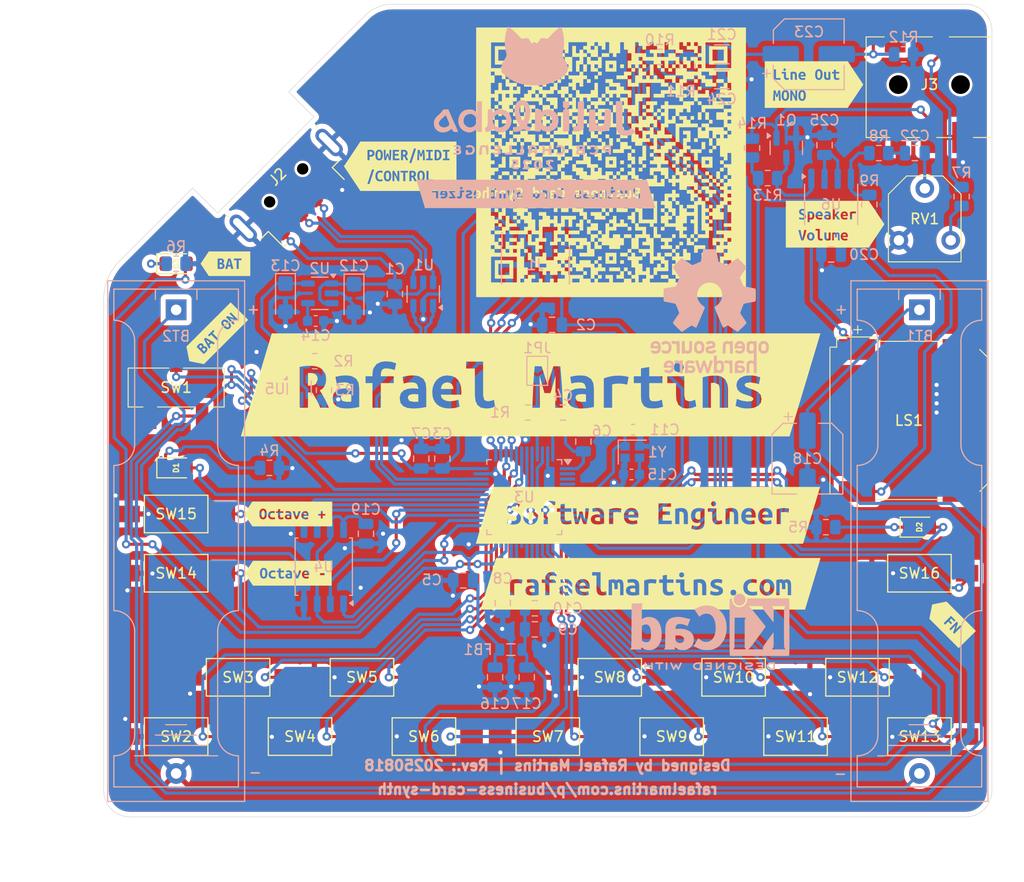
<source format=kicad_pcb>
(kicad_pcb (version 20241229) (generator "pcbnew") (generator_version "9.0")
  (title_block (title "business-card-synth") (date "2025-08-18") (rev "20250818") (comment 3 "Released under CERN Open Hardware Licence Version 2 - Strongly Reciprocal") (comment 4 "Designed by: Rafael G. Martins"))
  (layers (0 "F.Cu" signal) (2 "B.Cu" signal) (13 "F.Paste" user) (15 "B.Paste" user) (5 "F.SilkS" user "F.Silkscreen") (7 "B.SilkS" user "B.Silkscreen") (1 "F.Mask" user) (3 "B.Mask" user) (25 "Edge.Cuts" user))
  (net 0 "")
  (net 1 "Net-(BT1--)")
  (net 2 "Net-(BT1-+)")
  (net 3 "GND")
  (net 4 "VBUS")
  (net 5 "+3V_USB")
  (net 6 "+3V0")
  (net 7 "+3VA")
  (net 8 "+3V_BAT")
  (net 9 "Net-(U3-PF0)")
  (net 10 "Net-(U3-PF1)")
  (net 11 "NRST")
  (net 12 "OPAMP1_INP")
  (net 13 "Net-(C22-Pad1)")
  (net 14 "OPAMP1_OUT")
  (net 15 "Net-(C22-Pad2)")
  (net 16 "Net-(C21-Pad2)")
  (net 17 "LINE_OUT")
  (net 18 "Net-(U6-+)")
  (net 19 "Net-(D1-K)")
  (net 20 "Net-(D2-K)")
  (net 21 "/USB_CONN_D+")
  (net 22 "/USB_CONN_D-")
  (net 23 "SPEAKER_SHDN")
  (net 24 "SPEAKER_IN")
  (net 26 "DAC1_OUT1")
  (net 28 "KBD_01")
  (net 29 "KBD_02")
  (net 30 "KBD_03")
  (net 31 "KBD_04")
  (net 32 "KBD_05")
  (net 33 "KBD_06")
  (net 34 "KBD_07")
  (net 35 "KBD_08")
  (net 36 "KBD_09")
  (net 37 "KBD_10")
  (net 38 "KBD_11")
  (net 39 "KBD_12")
  (net 40 "USB_D-")
  (net 41 "USB_D+")
  (net 42 "SPI_CS")
  (net 43 "SPI_MOSI")
  (net 44 "SPI_MISO")
  (net 45 "SPI_SCK")
  (net 46 "Net-(U5-PR1)")
  (net 47 "SWO")
  (net 48 "CLK")
  (net 49 "Net-(R7-Pad2)")
  (net 50 "Net-(U6--)")
  (net 51 "DIO")
  (net 52 "SPEAKER_SHDN_CONN")
  (net 53 "FUNCTION")
  (net 54 "OCTAVE")
  (net 55 "Net-(D3-K)")
  (net 56 "OCTAVE+")
  (net 57 "OCTAVE-")
  (net 60 "Net-(JP1-B)")
  (net 63 "BAT_ON")
  (net 64 "STATUS")
  (net 65 "PWR_STATUS")
  (net 66 "Net-(LS1-Pad1)")
  (net 67 "Net-(LS1-Pad2)")
  (net 68 "Net-(U2-BP)")
  (footprint "business-card-synth:SW_SPST_FSMSM" (layer "F.Cu") (at 157.099 127.635)
    (property "Reference" "SW9")
    (property "Value" "FSMSM")
  )
  (footprint "kibuzzard-687FF431" (layer "F.Cu") (at 113.03 89.027 45)
    (property "Reference" "kibuzzard-687FF431" (hide yes))
    (property "Value" "G***" (hide yes))
  )
  (footprint "kibuzzard-687D9D5C" (layer "F.Cu") (at 143.51 93.726)
    (property "Reference" "kibuzzard-687D9D5C" (hide yes))
    (property "Value" "G***" (hide yes))
  )
  (footprint "business-card-synth:SW_SPST_FSMSM" (layer "F.Cu") (at 109.347 106.172)
    (property "Reference" "SW15")
    (property "Value" "FSMSM")
  )
  (footprint "business-card-synth:SW_SPST_FSMSM" (layer "F.Cu") (at 180.975 127.635)
    (property "Reference" "SW13")
    (property "Value" "FSMSM")
  )
  (footprint "kibuzzard-68A13B7B" (layer "F.Cu") (at 155.067 112.903)
    (property "Reference" "kibuzzard-68A13B7B" (hide yes))
    (property "Value" "G***" (hide yes))
  )
  (footprint "business-card-synth:Potentiometer_Bourns_3306F_Horizontal" (layer "F.Cu") (at 178.993 79.784)
    (property "Reference" "RV1")
    (property "Value" "10k")
  )
  (footprint "business-card-synth:Speaker_SameSky_CMS-151504-SMT-TR" (layer "F.Cu") (at 179.959 97.155 -90)
    (property "Reference" "LS1")
    (property "Value" "CMS-151504-SMT-TR")
  )
  (footprint "business-card-synth:qrcode" (layer "F.Cu") (at 151.257 72.263)
    (property "Reference" "G***" (hide yes))
    (property "Value" "LOGO" (hide yes))
  )
  (footprint "business-card-synth:SW_SPST_FSMSM" (layer "F.Cu") (at 175.006 121.92)
    (property "Reference" "SW12")
    (property "Value" "FSMSM")
  )
  (footprint "business-card-synth:SW_SPST_FSMSM" (layer "F.Cu") (at 109.347 127.635)
    (property "Reference" "SW2")
    (property "Value" "FSMSM")
  )
  (footprint "kibuzzard-687D98B0" (layer "F.Cu") (at 120.142 111.887)
    (property "Reference" "kibuzzard-687D98B0" (hide yes))
    (property "Value" "G***" (hide yes))
  )
  (footprint "business-card-synth:SW_SPST_FSMSM" (layer "F.Cu") (at 133.223 127.635)
    (property "Reference" "SW6")
    (property "Value" "FSMSM")
  )
  (footprint "kibuzzard-68A29CF7" (layer "F.Cu") (at 130.937 72.644)
    (property "Reference" "kibuzzard-68A29CF7" (hide yes))
    (property "Value" "G***" (hide yes))
  )
  (footprint "LED_SMD:LED_0805_2012Metric_Pad1.15x1.40mm_HandSolder" (layer "F.Cu") (at 109.347 101.727)
    (property "Reference" "D1")
    (property "Value" "LTST-C171GKT")
  )
  (footprint "LED_SMD:LED_0805_2012Metric_Pad1.15x1.40mm_HandSolder" (layer "F.Cu") (at 180.975 107.442)
    (property "Reference" "D2")
    (property "Value" "LTST-C171GKT")
  )
  (footprint "business-card-synth:SW_SPST_FSMSM" (layer "F.Cu") (at 121.285 127.635)
    (property "Reference" "SW4")
    (property "Value" "FSMSM")
  )
  (footprint "business-card-synth:Jack_3.5mm_SameSky_SJ1-3515-SMT_Horizontal" (layer "F.Cu") (at 187.937 64.772 180)
    (property "Reference" "J3")
    (property "Value" "SJ1-3515-SMT-TR")
  )
  (footprint "business-card-synth:SW_SPST_FSMSM" (layer "F.Cu") (at 115.316 121.92)
    (property "Reference" "SW3")
    (property "Value" "FSMSM")
  )
  (footprint "business-card-synth:USB_A_Molex_48037-2200_Horizontal" (layer "F.Cu") (at 114.02599 68.566971 135)
    (property "Reference" "J2")
    (property "Value" "Molex 48037-2200")
  )
  (footprint "business-card-synth:SW_SPST_FSMSM" (layer "F.Cu") (at 169.037 127.635)
    (property "Reference" "SW11")
    (property "Value" "FSMSM")
  )
  (footprint "business-card-synth:SW_SPST_FSMSM" (layer "F.Cu") (at 180.975 111.887)
    (property "Reference" "SW16")
    (property "Value" "FSMSM")
  )
  (footprint "business-card-synth:SW_SPST_FSMSM" (layer "F.Cu") (at 145.161 127.635)
    (property "Reference" "SW7")
    (property "Value" "FSMSM")
  )
  (footprint "LED_SMD:LED_0805_2012Metric_Pad1.15x1.40mm_HandSolder" (layer "F.Cu") (at 109.347 82.042)
    (property "Reference" "D3")
    (property "Value" "LTST-C171GKT")
  )
  (footprint "business-card-synth:SW_SPST_FSMSM" (layer "F.Cu") (at 109.347 111.887)
    (property "Reference" "SW14")
    (property "Value" "FSMSM")
  )
  (footprint "business-card-synth:SW_SPST_FSMSM" (layer "F.Cu") (at 127.254 121.92)
    (property "Reference" "SW5")
    (property "Value" "FSMSM")
  )
  (footprint "kibuzzard-68A2383A" (layer "F.Cu") (at 172.847 78.232)
    (property "Reference" "kibuzzard-68A2383A" (hide yes))
    (property "Value" "G***" (hide yes))
  )
  (footprint "business-card-synth:SW_SPST_FSMSM" (layer "F.Cu") (at 151.13 121.92)
    (property "Reference" "SW8")
    (property "Value" "FSMSM")
  )
  (footprint "business-card-synth:SW_SPDT_Wurth_450406020024" (layer "F.Cu") (at 109.347 93.98)
    (property "Reference" "SW1")
    (property "Value" "Wurth 450406020024")
  )
  (footprint "kibuzzard-687DA195" (layer "F.Cu") (at 114.0968 82.042)
    (property "Reference" "kibuzzard-687DA195" (hide yes))
    (property "Value" "G***" (hide yes))
  )
  (footprint "kibuzzard-68A26E1C" (layer "F.Cu") (at 154.813 106.299)
    (property "Reference" "kibuzzard-68A26E1C" (hide yes))
    (property "Value" "G***" (hide yes))
  )
  (footprint "kibuzzard-687D97D9" (layer "F.Cu") (at 120.142 106.172)
    (property "Reference" "kibuzzard-687D97D9" (hide yes))
    (property "Value" "G***" (hide yes))
  )
  (footprint "kibuzzard-68A26CA8" (layer "F.Cu") (at 183.896 116.586 -45)
    (property "Reference" "kibuzzard-68A26CA8" (hide yes))
    (property "Value" "G***" (hide yes))
  )
  (footprint "kibuzzard-68A23822" (layer "F.Cu") (at 170.815 64.77)
    (property "Reference" "kibuzzard-68A23822" (hide yes))
    (property "Value" "G***" (hide yes))
  )
  (footprint "business-card-synth:SW_SPST_FSMSM" (layer "F.Cu") (at 163.068 121.92)
    (property "Reference" "SW10")
    (property "Value" "FSMSM")
  )
  (footprint "Resistor_SMD:R_0805_2012Metric" (layer "B.Cu") (at 176.149 76.327 90)
    (property "Reference" "R9")
    (property "Value" "8k2")
  )
  (footprint "Capacitor_SMD:CP_Elec_6.3x5.8" (layer "B.Cu") (at 170.18 100.838 -90)
    (property "Reference" "C18")
    (property "Value" "100u")
  )
  (footprint "Package_TO_SOT_SMD:SOT-23-5" (layer "B.Cu") (at 123.19 84.897 180)
    (property "Reference" "U2")
    (property "Value" "MIC5219-3.0YM5")
  )
  (footprint "Resistor_SMD:R_0805_2012Metric" (layer "B.Cu") (at 122.7055 91.44)
    (property "Reference" "R2")
    (property "Value" "1k")
  )
  (footprint "Jumper:SolderJumper-2_P1.3mm_Open_TrianglePad1.0x1.5mm" (layer "B.Cu") (at 144.145 92.366 -90)
    (property "Reference" "JP1")
    (property "Value" "BOOTLOADER")
  )
  (footprint "Resistor_SMD:R_0805_2012Metric" (layer "B.Cu") (at 155.956 62.103)
    (property "Reference" "R10")
    (property "Value" "2k2")
  )
  (footprint "Resistor_SMD:R_0805_2012Metric" (layer "B.Cu") (at 179.451 61.849 180)
    (property "Reference" "R12")
    (property "Value" "10k")
  )
  (footprint "business-card-synth:julialabs" (layer "B.Cu") (at 144.018 63.881 180)
    (property "Reference" "G***" (hide yes))
    (property "Value" "LOGO" (hide yes))
  )
  (footprint "Capacitor_SMD:C_1206_3216Metric" (layer "B.Cu") (at 161.925 61.849 180)
    (property "Reference" "C21")
    (property "Value" "4n7")
  )
  (footprint "Capacitor_Tantalum_SMD:CP_EIA-3216-18_Kemet-A" (layer "B.Cu") (at 126.4865 85.3605 -90)
    (property "Reference" "C12")
    (property "Value" "1u")
  )
  (footprint "Capacitor_SMD:C_0805_2012Metric" (layer "B.Cu") (at 143.129 121.92 90)
    (property "Reference" "C17")
    (property "Value" "1u")
  )
  (footprint "Capacitor_SMD:C_0805_2012Metric" (layer "B.Cu") (at 172.466 81.153)
    (property "Reference" "C20")
    (property "Value" "1u")
  )
  (footprint "Capacitor_SMD:C_0603_1608Metric" (layer "B.Cu") (at 153.2258 102.362)
    (property "Reference" "C15")
    (property "Value" "6p8")
  )
  (footprint "Capacitor_SMD:CP_Elec_6.3x5.8" (layer "B.Cu") (at 170.307 61.849)
    (property "Reference" "C23")
    (property "Value" "10u")
  )
  (footprint "Capacitor_SMD:C_0805_2012Metric" (layer "B.Cu") (at 130.424 84.963 90)
    (property "Reference" "C1")
    (property "Value" "100n")
  )
  (footprint "Battery:BatteryHolder_Keystone_2466_1xAAA" (layer "B.Cu") (at 109.347 86.491 -90)
    (property "Reference" "BT2")
    (property "Value" "Keystone 2466")
  )
  (footprint "Capacitor_SMD:C_0805_2012Metric" (layer "B.Cu") (at 171.831 70.612 -90)
    (property "Reference" "C25")
    (property "Value" "1u")
  )
  (footprint "Package_TO_SOT_SMD:SOT-23-6" (layer "B.Cu") (at 133.157 84.9685 90)
    (property "Reference" "U1")
    (property "Value" "USBLC6-2SC6")
  )
  (footprint "Capacitor_Tantalum_SMD:CP_EIA-3216-18_Kemet-A" (layer "B.Cu") (at 119.8825 85.316 -90)
    (property "Reference" "C13")
    (property "Value" "2u2")
  )
  (footprint "Resistor_SMD:R_0805_2012Metric" (layer "B.Cu") (at 123.5945 94.234 -90)
    (property "Reference" "R3")
    (property "Value" "1k")
  )
  (footprint "Capacitor_SMD:C_0805_2012Metric" (layer "B.Cu") (at 135.001 100.838 -90)
    (property "Reference" "C3")
    (property "Value" "10u")
  )
  (footprint "business-card-synth:Connector_Samtec_FTSH-105-01-L-DV-K" (layer "B.Cu") (at 143.9672 82.1436 -90)
    (property "Reference" "J1")
    (property "Value" "FTSH-105-01-L-DV-K")
  )
  (footprint "Capacitor_SMD:C_0805_2012Metric" (layer "B.Cu") (at 148.59 99.187 -90)
    (property "Reference" "C6")
    (property "Value" "100n")
  )
  (footprint "Capacitor_SMD:C_0805_2012Metric" (layer "B.Cu") (at 137.0076 112.5728)
    (property "Reference" "C5")
    (property "Value" "100n")
  )
  (footprint "Resistor_SMD:R_0805_2012Metric" (layer "B.Cu") (at 185.039 75.565 -90)
    (property "Reference" "R7")
    (property "Value" "0R")
  )
  (footprint "Capacitor_SMD:C_0805_2012Metric" (layer "B.Cu") (at 145.5724 87.9348)
    (property "Reference" "C2")
    (property "Value" "100n")
  )
  (footprint "Capacitor_SMD:C_0805_2012Metric" (layer "B.Cu") (at 143.911001 117.2972 180)
    (property "Reference" "C9")
    (property "Value" "1u")
  )
  (footprint "Package_QFP:LQFP-48_7x7mm_P0.5mm" (layer "B.Cu") (at 142.895001 104.5495 180)
    (property "Reference" "U3")
    (property "Value" "STM32G431CBT6")
  )
  (footprint "Capacitor_SMD:C_0805_2012Metric" (layer "B.Cu") (at 127.635 108.077 90)
    (property "Reference" "C19")
    (property "Value" "100n")
  )
  (footprint "Capacitor_SMD:C_0805_2012Metric" (layer "B.Cu") (at 146.619 96.393 180)
    (property "Reference" "C4")
    (property "Value" "100n")
  )
  (footprint "Capacitor_SMD:C_1206_3216Metric" (layer "B.Cu") (at 161.925 64.262 180)
    (property "Reference" "C24")
    (property "Value" "4n7")
  )
  (footprint "Capacitor_SMD:C_0805_2012Metric" (layer "B.Cu") (at 132.969 100.838 -90)
    (property "Reference" "C7")
    (property "Value" "100n")
  )
  (footprint "Symbol:KiCad-Logo2_6mm_SilkScreen" (layer "B.Cu") (at 160.782 116.84 180)
    (property "Reference" "REF**" (hide yes))
    (property "Value" "KiCad-Logo2_6mm_SilkScreen" (hide yes))
  )
  (footprint "Package_TO_SOT_SMD:SOT-583-8" (layer "B.Cu") (at 121.205 93.98 -90)
    (property "Reference" "U5")
    (property "Value" "TPS2116DRL")
  )
  (footprint "Package_TO_SOT_SMD:SOT-23" (layer "B.Cu") (at 168.148 70.866 -90)
    (property "Reference" "Q1")
    (property "Value" "2N7002")
  )
  (footprint "Capacitor_SMD:C_0805_2012Metric" (layer "B.Cu") (at 140.081 121.92 90)
    (property "Reference" "C16")
    (property "Value" "1u")
  )
  (footprint "kibuzzard-687EEB56" (layer "B.Cu") (at 144.015555 75.311 180)
    (property "Reference" "kibuzzard-687EEB56" (hide yes))
    (property "Value" "G***" (hide yes))
  )
  (footprint "Capacitor_SMD:C_0603_1608Metric" (layer "B.Cu") (at 122.7905 87.564 180)
    (property "Reference" "C14")
    (property "Value" "470p")
  )
  (footprint "Resistor_SMD:R_0805_2012Metric" (layer "B.Cu") (at 171.958 107.442)
    (property "Reference" "R5")
    (property "Value" "4k7")
  )
  (footprint "Capacitor_SMD:C_0805_2012Metric" (layer "B.Cu") (at 140.8176 114.7572 90)
    (property "Reference" "C8")
    (property "Value" "100n")
  )
  (footprint "Resistor_SMD:R_0805_2012Metric" (layer "B.Cu") (at 164.846 70.8895 90)
    (property "Reference" "R14")
    (property "Value" "220k")
  )
  (footprint "Resistor_SMD:R_0805_2012Metric" (layer "B.Cu") (at 109.347 82.042 180)
    (property "Reference" "R6")
    (property "Value" "4k7")
  )
  (footprint "Resistor_SMD:R_0805_2012Metric" (layer "B.Cu") (at 143.2325 96.393 180)
    (property "Reference" "R1")
    (property "Value" "10k")
  )
  (footprint "Capacitor_SMD:C_0805_2012Metric" (layer "B.Cu") (at 180.533 71.374 180)
    (property "Reference" "C22")
    (property "Value" "390n")
  )
  (footprint "Package_SO:SOIC-8_3.9x4.9mm_P1.27mm" (layer "B.Cu") (at 172.466 76.327 -90)
    (property "Reference" "U6")
    (property "Value" "LM4890")
  )
  (footprint "Capacitor_SMD:C_0805_2012Metric" (layer "B.Cu") (at 143.911001 115.2652 180)
    (property "Reference" "C10")
    (property "Value" "100n")
  )
  (footprint "Inductor_SMD:L_0805_2012Metric" (layer "B.Cu") (at 141.605 119.253)
    (property "Reference" "FB1")
    (property "Value" "600R@100MHz/1A")
  )
  (footprint "Battery:BatteryHolder_Keystone_2466_1xAAA" (layer "B.Cu") (at 180.975 86.491 -90)
    (property "Reference" "BT1")
    (property "Value" "Keystone 2466")
  )
  (footprint "Resistor_SMD:R_0805_2012Metric" (layer "B.Cu") (at 118.3405 101.727 180)
    (property "Reference" "R4")
    (property "Value" "4k7")
  )
  (footprint "Capacitor_SMD:C_0603_1608Metric" (layer "B.Cu") (at 153.3788 98.044 180)
    (property "Reference" "C11")
    (property "Value" "6p8")
  )
  (footprint "business-card-synth:Crystal_SMD_2016-4Pin_2.0x1.6mm" (layer "B.Cu") (at 153.3038 100.203)
    (property "Reference" "Y1")
    (property "Value" "24MHz")
  )
  (footprint "Symbol:OSHW-Logo_11.4x12mm_SilkScreen" (layer "B.Cu") (at 160.774513 86.614 180)
    (property "Reference" "REF**" (hide yes))
    (property "Value" "OSHW-Logo_11.4x12mm_SilkScreen" (hide yes))
  )
  (footprint "Package_SO:SOIC-8_5.3x5.3mm_P1.27mm" (layer "B.Cu") (at 123.571 111.252 90)
    (property "Reference" "U4")
    (property "Value" "25LC1024")
  )
  (footprint "Resistor_SMD:R_0805_2012Metric" (layer "B.Cu") (at 177.0615 71.374 180)
    (property "Reference" "R8")
    (property "Value" "22k")
  )
  (footprint "Resistor_SMD:R_0805_2012Metric" (layer "B.Cu") (at 158.623 62.992 -90)
    (property "Reference" "R11")
    (property "Value" "2k2")
  )
  (footprint "Resistor_SMD:R_0805_2012Metric" (layer "B.Cu") (at 166.3465 73.787)
    (property "Reference" "R13")
    (property "Value" "22k")
  )
  (gr_line (start 110.9345 74.7395) (end 103.886 81.788) (stroke (width 0.05)) (layer "Edge.Cuts"))
  (gr_line (start 113.3475 77.1525) (end 110.9345 74.7395) (stroke (width 0.05)) (layer "Edge.Cuts"))
  (gr_line (start 122.6185 67.8815) (end 120.2055 65.4685) (stroke (width 0.05)) (layer "Edge.Cuts"))
  (gr_arc (start 102.360451 85.471) (mid 102.756928 83.477775) (end 103.886 81.788) (stroke (width 0.05)) (layer "Edge.Cuts"))
  (gr_line (start 104.902 135.382) (end 185.42 135.382) (stroke (width 0.05)) (layer "Edge.Cuts"))
  (gr_line (start 102.360451 85.471) (end 102.362 132.842) (stroke (width 0.05)) (layer "Edge.Cuts"))
  (gr_arc (start 187.96 132.842) (mid 187.216051 134.638051) (end 185.42 135.382) (stroke (width 0.05)) (layer "Edge.Cuts"))
  (gr_line (start 122.6185 67.8815) (end 113.3475 77.1525) (stroke (width 0.05)) (layer "Edge.Cuts"))
  (gr_arc (start 104.902 135.382) (mid 103.105949 134.638051) (end 102.362 132.842) (stroke (width 0.05)) (layer "Edge.Cuts"))
  (gr_arc (start 127.570726 58.101726) (mid 128.765577 57.303352) (end 130.175 57.023) (stroke (width 0.05)) (layer "Edge.Cuts"))
  (gr_line (start 187.96 132.842) (end 187.96 59.563) (stroke (width 0.05)) (layer "Edge.Cuts"))
  (gr_line (start 120.2055 65.4685) (end 127.572274 58.101726) (stroke (width 0.05)) (layer "Edge.Cuts"))
  (gr_arc (start 185.42 57.023) (mid 187.216051 57.766949) (end 187.96 59.563) (stroke (width 0.05)) (layer "Edge.Cuts"))
  (gr_line (start 185.42 57.023) (end 130.175 57.023) (stroke (width 0.05)) (layer "Edge.Cuts"))
  (gr_text "rafaelmartins.com/p/business-card-synth" (at 145.1356 132.715 0) (layer "B.SilkS") (effects (font (size 1 1) (thickness 0.25) (bold yes)) (justify mirror)))
  (gr_text "Designed by Rafael Martins | Rev.: ${REVISION}" (at 145.1356 130.429 0) (layer "B.SilkS") (effects (font (size 1 1) (thickness 0.25) (bold yes)) (justify mirror)))
  (segment (start 106.038 130.041) (end 108.585 132.588) (width 0.3) (layer "B.Cu") (net 1))
  (segment (start 106.299 89.535) (end 106.299 92.456) (width 0.3) (layer "B.Cu") (net 1))
  (segment (start 179.578 132.588) (end 180.975 131.191) (width 0.3) (layer "B.Cu") (net 1))
  (segment (start 105.523 108.324405) (end 106.038 108.839405) (width 0.3) (layer "B.Cu") (net 1))
  (segment (start 110.109 96.266) (end 110.109 97.155) (width 0.3) (layer "B.Cu") (net 1))
  (segment (start 109.728 97.536) (end 109.24952 97.536) (width 0.3) (layer "B.Cu") (net 1))
  (segment (start 109.347 86.491) (end 109.343 86.491) (width 0.3) (layer "B.Cu") (net 1))
  (segment (start 109.24952 97.536) (end 105.523 101.26252) (width 0.3) (layer "B.Cu") (net 1))
  (segment (start 106.038 108.839405) (end 106.038 130.041) (width 0.3) (layer "B.Cu") (net 1))
  (segment (start 108.585 132.588) (end 179.578 132.588) (width 0.3) (layer "B.Cu") (net 1))
  (segment (start 109.343 86.491) (end 106.299 89.535) (width 0.3) (layer "B.Cu") (net 1))
  (segment (start 105.523 101.26252) (end 105.523 108.324405) (width 0.3) (layer "B.Cu") (net 1))
  (segment (start 106.299 92.456) (end 110.109 96.266) (width 0.3) (layer "B.Cu") (net 1))
  (segment (start 110.109 97.155) (end 109.728 97.536) (width 0.3) (layer "B.Cu") (net 1))
  (segment (start 111.847 96.73) (end 109.347 96.73) (width 0.3) (layer "F.Cu") (net 2))
  (via (at 109.347 96.73) (size 0.8) (drill 0.4) (layers "F.Cu" "B.Cu") (net 2))
  (segment (start 170.18 100.076) (end 170.18 98.138) (width 0.3) (layer "B.Cu") (net 2))
  (segment (start 109.347 96.73) (end 105.022 101.055) (width 0.3) (layer "B.Cu") (net 2))
  (segment (start 179.828 86.491) (end 180.975 86.491) (width 0.3) (layer "B.Cu") (net 2))
  (segment (start 105.022 101.055) (end 105.022 108.531925) (width 0.3) (layer "B.Cu") (net 2))
  (segment (start 170.18 98.138) (end 170.18 96.139) (width 0.3) (layer "B.Cu") (net 2))
  (segment (start 105.537 109.046925) (end 105.537 130.24852) (width 0.3) (layer "B.Cu") (net 2))
  (segment (start 178.943 133.096) (end 181.864 133.096) (width 0.3) (layer "B.Cu") (net 2))
  (segment (start 186.944 108.077) (end 184.023 105.156) (width 0.3) (layer "B.Cu") (net 2))
  (segment (start 108.37748 133.089) (end 178.936 133.089) (width 0.3) (layer "B.Cu") (net 2))
  (segment (start 175.26 105.156) (end 170.18 100.076) (width 0.3) (layer "B.Cu") (net 2))
  (segment (start 105.537 130.24852) (end 108.37748 133.089) (width 0.3) (layer "B.Cu") (net 2))
  (segment (start 170.18 96.139) (end 179.828 86.491) (width 0.3) (layer "B.Cu") (net 2))
  (segment (start 178.936 133.089) (end 178.943 133.096) (width 0.3) (layer "B.Cu") (net 2))
  (segment (start 105.022 108.531925) (end 105.537 109.046925) (width 0.3) (layer "B.Cu") (net 2))
  (segment (start 184.023 105.156) (end 175.26 105.156) (width 0.3) (layer "B.Cu") (net 2))
  (segment (start 181.864 133.096) (end 186.944 128.016) (width 0.3) (layer "B.Cu") (net 2))
  (segment (start 186.944 128.016) (end 186.944 108.077) (width 0.3) (layer "B.Cu") (net 2))
  (via (at 178.3588 127.6604) (size 0.8) (drill 0.4) (layers "F.Cu" "B.Cu") (net 3))
  (via (at 145.161 102.489) (size 0.8) (drill 0.4) (layers "F.Cu" "B.Cu") (net 3))
  (via (at 104.4448 125.9332) (size 0.8) (drill 0.4) (layers "F.Cu" "B.Cu") (net 3))
  (via (at 140.7668 117.2464) (size 0.8) (drill 0.4) (layers "F.Cu" "B.Cu") (net 3))
  (via (at 166.4208 127.6096) (size 0.8) (drill 0.4) (layers "F.Cu" "B.Cu") (net 3))
  (via (at 154.4828 127.6096) (size 0.8) (drill 0.4) (layers "F.Cu" "B.Cu") (net 3))
  (via (at 182.626 95.504) (size 0.8) (drill 0.4) (layers "F.Cu" "B.Cu") (net 3))
  (via (at 110.6932 123.4948) (size 0.8) (drill 0.4) (layers "F.Cu" "B.Cu") (net 3))
  (via (at 148.463 121.92) (size 0.8) (drill 0.4) (layers "F.Cu" "B.Cu") (net 3))
  (via (at 133.157 87.387) (size 0.8) (drill 0.4) (layers "F.Cu" "B.Cu") (net 3))
  (via (at 170.18 69.85) (size 0.8) (drill 0.4) (layers "F.Cu" "B.Cu") (net 3))
  (via (at 164.7952 64.262) (size 0.8) (drill 0.4) (layers "F.Cu" "B.Cu") (net 3))
  (via (at 137.541 109.093) (size 0.8) (drill 0.4) (layers "F.Cu" "B.Cu") (net 3))
  (via (at 145.923 123.698) (size 0.8) (drill 0.4) (layers "F.Cu" "B.Cu") (net 3))
  (via (at 138.5316 122.809) (size 0.8) (drill 0.4) (layers "F.Cu" "B.Cu") (net 3))
  (via (at 107.061 111.9124) (size 0.8) (drill 0.4) (layers "F.Cu" "B.Cu") (net 3))
  (via (at 127.127 113.284) (size 0.8) (drill 0.4) (layers "F.Cu" "B.Cu") (net 3))
  (via (at 171.577 82.677) (size 0.8) (drill 0.4) (layers "F.Cu" "B.Cu") (net 3))
  (via (at 143.51 106.934) (size 0.8) (drill 0.4) (layers "F.Cu" "B.Cu") (net 3))
  (via (at 170.434 123.5456) (size 0.8) (drill 0.4) (layers "F.Cu" "B.Cu") (net 3))
  (via (at 120.5484 101.7524) (size 0.8) (drill 0.4) (layers "F.Cu" "B.Cu") (net 3))
  (via (at 182.626 94.615) (size 0.8) (drill 0.4) (layers "F.Cu" "B.Cu") (net 3))
  (via (at 128.016 86.741) (size 0.8) (drill 0.4) (layers "F.Cu" "B.Cu") (net 3))
  (via (at 143.002 99.0092) (size 0.8) (drill 0.4) (layers "F.Cu" "B.Cu") (net 3))
  (via (at 178.435 111.887) (size 0.8) (drill 0.4) (layers "F.Cu" "B.Cu") (net 3))
  (via (at 182.626 93.726) (size 0.8) (drill 0.4) (layers "F.Cu" "B.Cu") (net 3))
  (via (at 144.8308 118.872) (size 0.8) (drill 0.4) (layers "F.Cu" "B.Cu") (net 3))
  (via (at 130.6068 127.6096) (size 0.8) (drill 0.4) (layers "F.Cu" "B.Cu") (net 3))
  (via (at 141.6304 122.809) (size 0.8) (drill 0.4) (layers "F.Cu" "B.Cu") (net 3))
  (via (at 140.589 129.159) (size 0.8) (drill 0.4) (layers "F.Cu" "B.Cu") (net 3))
  (via (at 160.4264 121.92) (size 0.8) (drill 0.4) (layers "F.Cu" "B.Cu") (net 3))
  (via (at 140.1064 102.3112) (size 0.8) (drill 0.4) (layers "F.Cu" "B.Cu") (net 3))
  (via (at 131.064 99.06) (size 0.8) (drill 0.4) (layers "F.Cu" "B.Cu") (net 3))
  (via (at 106.68 106.172) (size 0.8) (drill 0.4) (layers "F.Cu" "B.Cu") (net 3))
  (via (at 125.349 74.93) (size 0.8) (drill 0.4) (layers "F.Cu" "B.Cu") (net 3))
  (via (at 171.704 102.87) (size 0.8) (drill 0.4) (layers "F.Cu" "B.Cu") (net 3))
  (via (at 136.017 114.046) (size 0.8) (drill 0.4) (layers "F.Cu" "B.Cu") (net 3))
  (via (at 129.286 108.077) (size 0.8) (drill 0.4) (layers "F.Cu" "B.Cu") (net 3))
  (via (at 119.888 88.072) (size 0.8) (drill 0.4) (layers "F.Cu" "B.Cu") (net 3))
  (via (at 117.094 90.551) (size 0.8) (drill 0.4) (layers "F.Cu" "B.Cu") (net 3))
  (via (at 141.478 106.934) (size 0.8) (drill 0.4) (layers "F.Cu" "B.Cu") (net 3))
  (via (at 124.6124 121.92) (size 0.8) (drill 0.4) (layers "F.Cu" "B.Cu") (net 3))
  (via (at 143.51 87.884) (size 0.8) (drill 0.4) (layers "F.Cu" "B.Cu") (net 3))
  (via (at 172.3644 121.92) (size 0.8) (drill 0.4) (layers "F.Cu" "B.Cu") (net 3))
  (via (at 120.396 108.077) (size 0.8) (drill 0.4) (layers "F.Cu" "B.Cu") (net 3))
  (via (at 118.5672 127.6604) (size 0.8) (drill 0.4) (layers "F.Cu" "B.Cu") (net 3))
  (via (at 151.533331 103.146331) (size 0.8) (drill 0.4) (layers "F.Cu" "B.Cu") (net 3))
  (via (at 124.968 95.123) (size 0.8) (drill 0.4) (layers "F.Cu" "B.Cu") (net 3))
  (via (at 125.603 109.474) (size 0.8) (drill 0.4) (layers "F.Cu" "B.Cu") (net 3))
  (via (at 124.841 87.564) (size 0.8) (drill 0.4) (layers "F.Cu" "B.Cu") (net 3))
  (via (at 104.648 113.538) (size 0.8) (drill 0.4) (layers "F.Cu" "B.Cu") (net 3))
  (via (at 128.778 85.9028) (size 0.8) (drill 0.4) (layers "F.Cu" "B.Cu") (net 3))
  (via (at 182.626 96.393) (size 0.8) (drill 0.4) (layers "F.Cu" "B.Cu") (net 3))
  (via (at 185.166 72.263) (size 0.8) (drill 0.4) (layers "F.Cu" "B.Cu") (net 3))
  (via (at 103.505 104.394) (size 0.8) (drill 0.4) (layers "F.Cu" "B.Cu") (net 3))
  (segment (start 124.3275 84.897) (end 125.349 84.897) (width 0.3) (layer "B.Cu") (net 3))
  (segment (start 140.645001 107.766999) (end 140.645001 108.712) (width 0.3) (layer "B.Cu") (net 3))
  (segment (start 152.4 103.124) (end 152.4 102.4128) (width 0.3) (layer "B.Cu") (net 3))
  (segment (start 133.157 86.106) (end 133.157 85.41) (width 0.3) (layer "B.Cu") (net 3))
  (segment (start 143.51 106.934) (end 142.645001 107.798999) (width 0.3) (layer "B.Cu") (net 3))
  (segment (start 140.0947 102.2995) (end 140.1064 102.3112) (width 0.3) (layer "B.Cu") (net 3))
  (segment (start 120.455 92.261) (end 120.455 93.24) (width 0.3) (layer "B.Cu") (net 3))
  (segment (start 152.146 103.378) (end 152.4 103.124) (width 0.3) (layer "B.Cu") (net 3))
  (segment (start 133.604 84.963) (end 134.874 84.963) (width 0.3) (layer "B.Cu") (net 3))
  (segment (start 152.6038 100.753) (end 152.6038 102.209) (width 0.3) (layer "B.Cu") (net 3))
  (segment (start 151.533331 103.146331) (end 151.765 103.378) (width 0.3) (layer "B.Cu") (net 3))
  (segment (start 171.831 78.802) (end 171.831 80.838) (width 0.3) (layer "B.Cu") (net 3))
  (segment (start 126.4865 86.0345) (end 126.4865 86.713) (width 0.3) (layer "B.Cu") (net 3))
  (segment (start 133.157 87.387) (end 133.157 86.106) (width 0.3) (layer "B.Cu") (net 3))
  (segment (start 145.161 102.489) (end 145.145001 102.473001) (width 0.3) (layer "B.Cu") (net 3))
  (segment (start 152.6038 102.209) (end 152.4508 102.362) (width 0.3) (layer "B.Cu") (net 3))
  (segment (start 171.831 80.838) (end 171.516 81.153) (width 0.3) (layer "B.Cu") (net 3))
  (segment (start 151.765 103.378) (end 152.146 103.378) (width 0.3) (layer "B.Cu") (net 3))
  (segment (start 142.645001 107.798999) (end 142.645001 108.712) (width 0.3) (layer "B.Cu") (net 3))
  (segment (start 141.478 106.934) (end 140.645001 107.766999) (width 0.3) (layer "B.Cu") (net 3))
  (segment (start 171.831 78.802) (end 171.831 77.089) (width 0.3) (layer "B.Cu") (net 3))
  (segment (start 152.4 102.4128) (end 152.4508 102.362) (width 0.3) (layer "B.Cu") (net 3))
  (segment (start 145.145001 102.473001) (end 145.145001 100.387) (width 0.3) (layer "B.Cu") (net 3))
  (segment (start 138.732501 102.2995) (end 140.0947 102.2995) (width 0.3) (layer "B.Cu") (net 3))
  (segment (start 154.05782 99.5605) (end 154.05882 99.5615) (width 0.3) (layer "B.Cu") (net 3))
  (segment (start 133.157 85.41) (end 133.604 84.963) (width 0.3) (layer "B.Cu") (net 3))
  (segment (start 125.349 84.897) (end 126.4865 86.0345) (width 0.3) (layer "B.Cu") (net 3))
  (segment (start 120.394135 79.884865) (end 119.311613 78.802342) (width 0.3) (layer "F.Cu") (net 4))
  (via (at 120.394135 79.884865) (size 0.8) (drill 0.4) (layers "F.Cu" "B.Cu") (net 4))
  (segment (start 133.157 84.394) (end 132.588 84.963) (width 0.3) (layer "B.Cu") (net 4))
  (segment (start 130.424 84.013) (end 126.4915 84.013) (width 0.3) (layer "B.Cu") (net 4))
  (segment (start 124.3885 84.008) (end 124.3275 83.947) (width 0.3) (layer "B.Cu") (net 4))
  (segment (start 126.4915 84.013) (end 126.4865 84.008) (width 0.3) (layer "B.Cu") (net 4))
  (segment (start 126.4865 84.008) (end 124.3885 84.008) (width 0.3) (layer "B.Cu") (net 4))
  (segment (start 129.032 81.534) (end 122.04327 81.534) (width 0.3) (layer "B.Cu") (net 4))
  (segment (start 123.19 84.389) (end 123.19 85.4685) (width 0.3) (layer "B.Cu") (net 4))
  (segment (start 126.4865 84.6485) (end 126.4865 84.008) (width 0.3) (layer "B.Cu") (net 4))
  (segment (start 130.937 84.963) (end 130.424 84.45) (width 0.3) (layer "B.Cu") (net 4))
  (segment (start 130.424 84.45) (end 130.424 84.013) (width 0.3) (layer "B.Cu") (net 4))
  (segment (start 124.3275 83.947) (end 123.632 83.947) (width 0.3) (layer "B.Cu") (net 4))
  (segment (start 133.157 83.831) (end 133.157 84.394) (width 0.3) (layer "B.Cu") (net 4))
  (segment (start 123.19 85.4685) (end 123.5685 85.847) (width 0.3) (layer "B.Cu") (net 4))
  (segment (start 123.5685 85.847) (end 124.3275 85.847) (width 0.3) (layer "B.Cu") (net 4))
  (segment (start 132.588 84.963) (end 130.937 84.963) (width 0.3) (layer "B.Cu") (net 4))
  (segment (start 130.424 84.013) (end 130.424 82.926) (width 0.3) (layer "B.Cu") (net 4))
  (segment (start 130.424 82.926) (end 129.032 81.534) (width 0.3) (layer "B.Cu") (net 4))
  (segment (start 122.04327 81.534) (end 120.394135 79.884865) (width 0.3) (layer "B.Cu") (net 4))
  (segment (start 123.632 83.947) (end 123.19 84.389) (width 0.3) (layer "B.Cu") (net 4))
  (segment (start 121.793 91.44) (end 121.859 91.374) (width 0.3) (layer "B.Cu") (net 5))
  (segment (start 121.455 93.24) (end 121.455 93.693486) (width 0.3) (layer "B.Cu") (net 5))
  (segment (start 117.602 85.405) (end 119.0435 83.9635) (width 0.3) (layer "B.Cu") (net 5))
  (segment (start 122.0525 83.947) (end 119.899 83.947) (width 0.3) (layer "B.Cu") (net 5))
  (segment (start 120.904 91.44) (end 121.793 91.44) (width 0.3) (layer "B.Cu") (net 5))
  (segment (start 121.455 93.24) (end 121.455 91.778) (width 0.3) (layer "B.Cu") (net 5))
  (segment (start 119.899 83.947) (end 119.8825 83.9635) (width 0.3) (layer "B.Cu") (net 5))
  (segment (start 117.602 88.138) (end 120.904 91.44) (width 0.3) (layer "B.Cu") (net 5))
  (segment (start 121.455 93.693486) (end 121.955 94.193486) (width 0.3) (layer "B.Cu") (net 5))
  (segment (start 117.602 88.138) (end 117.602 85.405) (width 0.3) (layer "B.Cu") (net 5))
  (segment (start 119.8825 83.9635) (end 119.0435 83.9635) (width 0.3) (layer "B.Cu") (net 5))
  (segment (start 121.955 94.193486) (end 121.955 94.72) (width 0.3) (layer "B.Cu") (net 5))
  (segment (start 121.455 91.778) (end 121.793 91.44) (width 0.3) (layer "B.Cu") (net 5))
  (segment (start 126.619 100.33) (end 131.064 100.33) (width 0.3) (layer "F.Cu") (net 6))
  (segment (start 114.681 93.726) (end 114.681 92.214) (width 0.3) (layer "F.Cu") (net 6))
  (via (at 114.681 93.726) (size 0.8) (drill 0.4) (layers "F.Cu" "B.Cu") (net 6))
  (via (at 114.681 92.214) (size 0.8) (drill 0.4) (layers "F.Cu" "B.Cu") (net 6))
  (via (at 126.619 100.33) (size 0.8) (drill 0.4) (layers "F.Cu" "B.Cu") (net 6))
  (via (at 131.064 100.33) (size 0.8) (drill 0.4) (layers "F.Cu" "B.Cu") (net 6))
  (segment (start 145.669 96.393) (end 146.8628 97.5868) (width 0.3) (layer "B.Cu") (net 6))
  (segment (start 132.777201 110.4024) (end 132.777197 110.4024) (width 0.3) (layer "B.Cu") (net 6))
  (segment (start 125.095 106.426) (end 124.587 106.426) (width 0.3) (layer "B.Cu") (net 6))
  (segment (start 124.206 108.585) (end 124.206 107.6645) (width 0.3) (layer "B.Cu") (net 6))
  (segment (start 141.4272 78.5368) (end 141.4272 80.1936) (width 0.3) (layer "B.Cu") (net 6))
  (segment (start 133.2992 109.8804) (end 132.777201 110.4024) (width 0.3) (layer "B.Cu") (net 6))
  (segment (start 132.014 101.788) (end 132.969 101.788) (width 0.3) (layer "B.Cu") (net 6))
  (segment (start 140.5425 119.253) (end 140.5425 118.9525) (width 0.3) (layer "B.Cu") (net 6))
  (segment (start 132.777197 110.4024) (end 128.727201 114.4524) (width 0.3) (layer "B.Cu") (net 6))
  (segment (start 145.645001 100.387) (end 145.645001 96.416999) (width 0.3) (layer "B.Cu") (net 6))
  (segment (start 118.81852 95.885) (end 120.51298 95.885) (width 0.3) (layer "B.Cu") (net 6))
  (segment (start 138.3284 109.8804) (end 139.6492 109.8804) (width 0.3) (layer "B.Cu") (net 6))
  (segment (start 147.635 100.137) (end 148.59 100.137) (width 0.3) (layer "B.Cu") (net 6))
  (segment (start 127.635 107.127) (end 126.934 106.426) (width 0.3) (layer "B.Cu") (net 6))
  (segment (start 136.525 93.5946) (end 138.4786 91.641) (width 0.3) (layer "B.Cu") (net 6))
  (segment (start 109.935521 98.037) (end 114.246521 93.726) (width 0.3) (layer "B.Cu") (net 6))
  (segment (start 109.45704 98.037) (end 109.935521 98.037) (width 0.3) (layer "B.Cu") (net 6))
  (segment (start 126.593601 116.586) (end 123.571 116.586) (width 0.3) (layer "B.Cu") (net 6))
  (segment (start 131.064 100.33) (end 131.064 100.838) (width 0.3) (layer "B.Cu") (net 6))
  (segment (start 124.206 106.807) (end 124.206 107.6645) (width 0.3) (layer "B.Cu") (net 6))
  (segment (start 137.0076 79.1464) (end 138.43 77.724) (width 0.3) (layer "B.Cu") (net 6))
  (segment (start 106.024 101.47004) (end 109.45704 98.037) (width 0.3) (layer "B.Cu") (net 6))
  (segment (start 146.8628 99.3648) (end 147.635 100.137) (width 0.3) (layer "B.Cu") (net 6))
  (segment (start 137.0076 90.17) (end 137.0076 79.1464) (width 0.3) (layer "B.Cu") (net 6))
  (segment (start 124.587 106.426) (end 124.206 106.807) (width 0.3) (layer "B.Cu") (net 6))
  (segment (start 132.842 101.915) (end 132.969 101.788) (width 0.3) (layer "B.Cu") (net 6))
  (segment (start 137.9576 111.8464) (end 137.5664 111.4552) (width 0.3) (layer "B.Cu") (net 6))
  (segment (start 138.4786 91.641) (end 137.0076 90.17) (width 0.3) (layer "B.Cu") (net 6))
  (segment (start 125.476 106.807) (end 125.476 107.6645) (width 0.3) (layer "B.Cu") (net 6))
  (segment (start 145.669 96.393) (end 145.669 92.41) (width 0.3) (layer "B.Cu") (net 6))
  (segment (start 121.846479 100.33) (end 126.619 100.33) (width 0.3) (layer "B.Cu") (net 6))
  (segment (start 138.43 116.84) (end 138.43 113.0452) (width 0.3) (layer "B.Cu") (net 6))
  (segment (start 140.081 119.7145) (end 140.5425 119.253) (width 0.3) (layer "B.Cu") (net 6))
  (segment (start 114.246521 93.726) (end 114.681 93.726) (width 0.3) (layer "B.Cu") (net 6))
  (segment (start 115.39652 92.463) (end 114.93 92.463) (width 0.3) (layer "B.Cu") (net 6))
  (segment (start 131.064 100.838) (end 132.014 101.788) (width 0.3) (layer "B.Cu") (net 6))
  (segment (start 122.936 115.951) (end 122.936 114.8395) (width 0.3) (layer "B.Cu") (net 6))
  (segment (start 136.525 100.264) (end 136.525 93.5946) (width 0.3) (layer "B.Cu") (net 6))
  (segment (start 114.681 93.726) (end 115.24248 93.726) (width 0.3) (layer "B.Cu") (net 6))
  (segment (start 125.476 106.807) (end 125.095 106.426) (width 0.3) (layer "B.Cu") (net 6))
  (segment (start 111.887 109.982) (end 106.024 104.119) (width 0.3) (layer "B.Cu") (net 6))
  (segment (start 125.857 106.426) (end 125.476 106.807) (width 0.3) (layer "B.Cu") (net 6))
  (segment (start 128.727201 114.4524) (end 126.593601 116.586) (width 0.3) (layer "B.Cu") (net 6))
  (segment (start 137.9576 112.5728) (end 137.9576 111.8464) (width 0.3) (layer "B.Cu") (net 6))
  (segment (start 145.669 92.41) (end 144.9 91.641) (width 0.3) (layer "B.Cu") (net 6))
  (segment (start 120.269 109.982) (end 111.887 109.982) (width 0.3) (layer "B.Cu") (net 6))
  (segment (start 148.59 101.219) (end 148.59 100.137) (width 0.3) (layer "B.Cu") (net 6))
  (segment (start 115.39652 92.463) (end 118.81852 95.885) (width 0.3) (layer "B.Cu") (net 6))
  (segment (start 114.93 92.463) (end 114.681 92.214) (width 0.3) (layer "B.Cu") (net 6))
  (segment (start 144.9 91.641) (end 144.145 91.641) (width 0.3) (layer "B.Cu") (net 6))
  (segment (start 106.024 104.119) (end 106.024 101.47004) (width 0.3) (layer "B.Cu") (net 6))
  (segment (start 137.5664 110.6424) (end 138.3284 109.8804) (width 0.3) (layer "B.Cu") (net 6))
  (segment (start 135.0125 101.7995) (end 135.001 101.788) (width 0.3) (layer "B.Cu") (net 6))
  (segment (start 136.8044 109.8804) (end 133.2992 109.8804) (width 0.3) (layer "B.Cu") (net 6))
  (segment (start 137.5664 111.4552) (end 137.5664 110.6424) (width 0.3) (layer "B.Cu") (net 6))
  (segment (start 115.24248 93.726) (end 121.846479 100.33) (width 0.3) (layer "B.Cu") (net 6))
  (segment (start 140.777 119.06) (end 140.8175 119.06) (width 0.3) (layer "B.Cu") (net 6))
  (segment (start 124.206 108.585) (end 122.936 109.855) (width 0.3) (layer "B.Cu") (net 6))
  (segment (start 137.5664 110.6424) (end 136.8044 109.8804) (width 0.3) (layer "B.Cu") (net 6))
  (segment (start 138.43 113.0452) (end 137.9576 112.5728) (width 0.3) (layer "B.Cu") (net 6))
  (segment (start 140.081 120.97) (end 140.081 119.7145) (width 0.3) (layer "B.Cu") (net 6))
  (segment (start 122.936 112.649) (end 120.269 109.982) (width 0.3) (layer "B.Cu") (net 6))
  (segment (start 146.8628 97.5868) (end 146.8628 99.3648) (width 0.3) (layer "B.Cu") (net 6))
  (segment (start 140.145001 109.384599) (end 140.145001 108.712) (width 0.3) (layer "B.Cu") (net 6))
  (segment (start 120.955 95.44298) (end 120.955 94.72) (width 0.3) (layer "B.Cu") (net 6))
  (segment (start 122.936 109.855) (end 122.936 114.8395) (width 0.3) (layer "B.Cu") (net 6))
  (segment (start 120.51298 95.885) (end 120.955 95.44298) (width 0.3) (layer "B.Cu") (net 6))
  (segment (start 120.955 93.24) (end 120.955 94.72) (width 0.3) (layer "B.Cu") (net 6))
  (segment (start 138.43 77.724) (end 140.6144 77.724) (width 0.3) (layer "B.Cu") (net 6))
  (segment (start 135.001 101.788) (end 136.525 100.264) (width 0.3) (layer "B.Cu") (net 6))
  (segment (start 122.936 114.8395) (end 122.936 112.649) (width 0.3) (layer "B.Cu") (net 6))
  (segment (start 140.6144 77.724) (end 141.4272 78.5368) (width 0.3) (layer "B.Cu") (net 6))
  (segment (start 147.057501 101.7995) (end 148.0095 101.7995) (width 0.3) (layer "B.Cu") (net 6))
  (segment (start 135.001 101.788) (end 132.969 101.788) (width 0.3) (layer "B.Cu") (net 6))
  (segment (start 139.6492 109.8804) (end 140.145001 109.384599) (width 0.3) (layer "B.Cu") (net 6))
  (segment (start 140.5425 118.9525) (end 138.43 116.84) (width 0.3) (layer "B.Cu") (net 6))
  (segment (start 144.145 91.641) (end 138.4786 91.641) (width 0.3) (layer "B.Cu") (net 6))
  (segment (start 145.645001 96.416999) (end 145.669 96.393) (width 0.3) (layer "B.Cu") (net 6))
  (segment (start 138.732501 101.7995) (end 135.0125 101.7995) (width 0.3) (layer "B.Cu") (net 6))
  (segment (start 126.934 106.426) (end 125.857 106.426) (width 0.3) (layer "B.Cu") (net 6))
  (segment (start 148.0095 101.7995) (end 148.59 101.219) (width 0.3) (layer "B.Cu") (net 6))
  (segment (start 123.571 116.586) (end 122.936 115.951) (width 0.3) (layer "B.Cu") (net 6))
  (segment (start 142.145001 108.712) (end 142.145001 112.173001) (width 0.3) (layer "B.Cu") (net 7))
  (segment (start 143.129 119.7145) (end 142.6675 119.253) (width 0.3) (layer "B.Cu") (net 7))
  (segment (start 142.145001 112.173001) (end 142.961001 112.989001) (width 0.3) (layer "B.Cu") (net 7))
  (segment (start 133.35 129.032) (end 134.62 130.302) (width 0.3) (layer "B.Cu") (net 7))
  (segment (start 173.101 78.802) (end 173.101 80.838) (width 0.3) (layer "B.Cu") (net 7))
  (segment (start 173.101 76.835) (end 172.212 75.946) (width 0.3) (layer "B.Cu") (net 7))
  (segment (start 140.8176 112.9792) (end 140.8176 113.8072) (width 0.3) (layer "B.Cu") (net 7))
  (segment (start 142.961001 112.989001) (end 142.961001 115.2652) (width 0.3) (layer "B.Cu") (net 7))
  (segment (start 165.434 112.856) (end 165.434 74.883) (width 0.3) (layer "B.Cu") (net 7))
  (segment (start 134.747 125.222) (end 133.35 126.619) (width 0.3) (layer "B.Cu") (net 7))
  (segment (start 166.497 75.946) (end 165.434 74.883) (width 0.3) (layer "B.Cu") (net 7))
  (segment (start 133.35 126.619) (end 133.35 129.032) (width 0.3) (layer "B.Cu") (net 7))
  (segment (start 164.846 71.802) (end 164.846 73.199) (width 0.3) (layer "B.Cu") (net 7))
  (segment (start 134.62 130.302) (end 177.8 130.302) (width 0.3) (layer "B.Cu") (net 7))
  (segment (start 183.515 128.397) (end 184.912 127) (width 0.3) (layer "B.Cu") (net 7))
  (segment (start 141.503001 113.8072) (end 142.961001 115.2652) (width 0.3) (layer "B.Cu") (net 7))
  (segment (start 173.101 78.802) (end 173.101 76.835) (width 0.3) (layer "B.Cu") (net 7))
  (segment (start 170.18 117.602) (end 165.434 112.856) (width 0.3) (layer "B.Cu") (net 7))
  (segment (start 172.212 75.946) (end 166.497 75.946) (width 0.3) (layer "B.Cu") (net 7))
  (segment (start 173.101 80.838) (end 173.416 81.153) (width 0.3) (layer "B.Cu") (net 7))
  (segment (start 141.645002 108.712) (end 141.645002 112.151798) (width 0.3) (layer "B.Cu") (net 7))
  (segment (start 143.83 120.97) (end 144.8816 122.0216) (width 0.3) (layer "B.Cu") (net 7))
  (segment (start 184.912 121.539) (end 180.975 117.602) (width 0.3) (layer "B.Cu") (net 7))
  (segment (start 179.705 128.397) (end 183.515 128.397) (width 0.3) (layer "B.Cu") (net 7))
  (segment (start 140.8176 113.8072) (end 141.503001 113.8072) (width 0.3) (layer "B.Cu") (net 7))
  (segment (start 142.961001 118.959499) (end 142.6675 119.253) (width 0.3) (layer "B.Cu") (net 7))
  (segment (start 177.8 130.302) (end 179.705 128.397) (width 0.3) (layer "B.Cu") (net 7))
  (segment (start 184.912 127) (end 184.912 121.539) (width 0.3) (layer "B.Cu") (net 7))
  (segment (start 180.975 117.602) (end 170.18 117.602) (width 0.3) (layer "B.Cu") (net 7))
  (segment (start 164.846 73.199) (end 165.434 73.787) (width 0.3) (layer "B.Cu") (net 7))
  (segment (start 143.129 120.97) (end 143.129 119.7145) (width 0.3) (layer "B.Cu") (net 7))
  (segment (start 144.8816 124.079) (end 143.7386 125.222) (width 0.3) (layer "B.Cu") (net 7))
  (segment (start 143.129 120.97) (end 143.83 120.97) (width 0.3) (layer "B.Cu") (net 7))
  (segment (start 141.645002 112.151798) (end 140.8176 112.9792) (width 0.3) (layer "B.Cu") (net 7))
  (segment (start 142.961001 117.2972) (end 142.961001 118.959499) (width 0.3) (layer "B.Cu") (net 7))
  (segment (start 144.8816 122.0216) (end 144.8816 124.079) (width 0.3) (layer "B.Cu") (net 7))
  (segment (start 142.961001 117.2972) (end 142.961001 115.2652) (width 0.3) (layer "B.Cu") (net 7))
  (segment (start 165.434 74.883) (end 165.434 73.787) (width 0.3) (layer "B.Cu") (net 7))
  (segment (start 143.7386 125.222) (end 134.747 125.222) (width 0.3) (layer "B.Cu") (net 7))
  (segment (start 109.347 91.23) (end 109.347 92.964) (width 0.3) (layer "F.Cu") (net 8))
  (via (at 109.347 92.964) (size 0.8) (drill 0.4) (layers "F.Cu" "B.Cu") (net 8))
  (segment (start 120.7135 96.393) (end 121.455 95.6515) (width 0.3) (layer "B.Cu") (net 8))
  (segment (start 121.455 95.6515) (end 121.455 94.72) (width 0.3) (layer "B.Cu") (net 8))
  (segment (start 118.618 96.393) (end 120.7135 96.393) (width 0.3) (layer "B.Cu") (net 8))
  (segment (start 115.189 92.964) (end 118.618 96.393) (width 0.3) (layer "B.Cu") (net 8))
  (segment (start 109.347 92.964) (end 115.189 92.964) (width 0.3) (layer "B.Cu") (net 8))
  (segment (start 147.057501 103.7995) (end 149.8195 103.7995) (width 0.3) (layer "B.Cu") (net 9))
  (segment (start 152.6038 98.044) (end 152.6038 99.653) (width 0.3) (layer "B.Cu") (net 9))
  (segment (start 151.4868 100.02) (end 151.8538 99.653) (width 0.3) (layer "B.Cu") (net 9))
  (segment (start 151.8538 99.653) (end 152.6038 99.653) (width 0.3) (layer "B.Cu") (net 9))
  (segment (start 151.4868 102.1322) (end 151.4868 100.02) (width 0.3) (layer "B.Cu") (net 9))
  (segment (start 149.8195 103.7995) (end 151.4868 102.1322) (width 0.3) (layer "B.Cu") (net 9))
  (segment (start 154.0038 100.753) (end 154.0038 102.359) (width 0.3) (layer "B.Cu") (net 10))
  (segment (start 152.5973 104.2995) (end 154.0008 102.896) (width 0.3) (layer "B.Cu") (net 10))
  (segment (start 154.0038 102.359) (end 154.0008 102.362) (width 0.3) (layer "B.Cu") (net 10))
  (segment (start 147.057501 104.2995) (end 152.5973 104.2995) (width 0.3) (layer "B.Cu") (net 10))
  (segment (start 158.115 94.107) (end 151.9428 87.9348) (width 0.3) (layer "B.Cu") (net 11))
  (segment (start 158.115 102.16148) (end 158.115 94.107) (width 0.3) (layer "B.Cu") (net 11))
  (segment (start 146.5072 87.9196) (end 146.5224 87.9348) (width 0.3) (layer "B.Cu") (net 11))
  (segment (start 154.86648 105.41) (end 158.115 102.16148) (width 0.3) (layer "B.Cu") (net 11))
  (segment (start 150.876 105.41) (end 154.86648 105.41) (width 0.3) (layer "B.Cu") (net 11))
  (segment (start 151.9428 87.9348) (end 146.5224 87.9348) (width 0.3) (layer "B.Cu") (net 11))
  (segment (start 147.057501 104.7995) (end 150.2655 104.7995) (width 0.3) (layer "B.Cu") (net 11))
  (segment (start 146.5072 84.0936) (end 146.5072 87.9196) (width 0.3) (layer "B.Cu") (net 11))
  (segment (start 150.2655 104.7995) (end 150.876 105.41) (width 0.3) (layer "B.Cu") (net 11))
  (segment (start 153.924 61.341) (end 154.559 60.706) (width 0.3) (layer "B.Cu") (net 12))
  (segment (start 155.956 63.246) (end 156.6145 63.9045) (width 0.3) (layer "B.Cu") (net 12))
  (segment (start 147.057501 106.7995) (end 148.1507 106.7995) (width 0.3) (layer "B.Cu") (net 12))
  (segment (start 161.798 75.946) (end 153.924 68.072) (width 0.3) (layer "B.Cu") (net 12))
  (segment (start 155.448 60.706) (end 155.956 61.214) (width 0.3) (layer "B.Cu") (net 12))
  (segment (start 156.6145 63.9045) (end 158.623 63.9045) (width 0.3) (layer "B.Cu") (net 12))
  (segment (start 161.798 105.71748) (end 161.798 75.946) (width 0.3) (layer "B.Cu") (net 12))
  (segment (start 155.956 61.214) (end 155.956 63.246) (width 0.3) (layer "B.Cu") (net 12))
  (segment (start 160.0925 63.9045) (end 160.45 64.262) (width 0.3) (layer "B.Cu") (net 12))
  (segment (start 148.1507 106.7995) (end 150.3312 108.98) (width 0.3) (layer "B.Cu") (net 12))
  (segment (start 153.924 68.072) (end 153.924 61.341) (width 0.3) (layer "B.Cu") (net 12))
  (segment (start 154.559 60.706) (end 155.448 60.706) (width 0.3) (layer "B.Cu") (net 12))
  (segment (start 158.53548 108.98) (end 161.798 105.71748) (width 0.3) (layer "B.Cu") (net 12))
  (segment (start 150.3312 108.98) (end 158.53548 108.98) (width 0.3) (layer "B.Cu") (net 12))
  (segment (start 158.623 63.9045) (end 160.0925 63.9045) (width 0.3) (layer "B.Cu") (net 12))
  (segment (start 181.483 71.374) (end 181.483 74.774) (width 0.3) (layer "B.Cu") (net 13))
  (segment (start 181.483 74.774) (end 181.493 74.784) (width 0.3) (layer "B.Cu") (net 13))
  (segment (start 161.29 76.2) (end 153.423 68.333) (width 0.3) (layer "B.Cu") (net 14))
  (segment (start 147.057501 106.2995) (end 148.3619 106.2995) (width 0.3) (layer "B.Cu") (net 14))
  (segment (start 153.423 68.333) (end 153.423 61.133479) (width 0.3) (layer "B.Cu") (net 14))
  (segment (start 154.35148 60.205) (end 161.756 60.205) (width 0.3) (layer "B.Cu") (net 14))
  (segment (start 161.29 105.51696) (end 161.29 76.2) (width 0.3) (layer "B.Cu") (net 14))
  (segment (start 153.423 61.133479) (end 154.35148 60.205) (width 0.3) (layer "B.Cu") (net 14))
  (segment (start 148.3619 106.2995) (end 150.5414 108.479) (width 0.3) (layer "B.Cu") (net 14))
  (segment (start 158.32796 108.479) (end 161.29 105.51696) (width 0.3) (layer "B.Cu") (net 14))
  (segment (start 161.756 60.205) (end 163.4 61.849) (width 0.3) (layer "B.Cu") (net 14))
  (segment (start 167.607 61.849) (end 163.4 61.849) (width 0.3) (layer "B.Cu") (net 14))
  (segment (start 150.5414 108.479) (end 158.32796 108.479) (width 0.3) (layer "B.Cu") (net 14))
  (segment (start 179.583 71.374) (end 177.974 71.374) (width 0.3) (layer "B.Cu") (net 15))
  (segment (start 158.623 62.0795) (end 160.2195 62.0795) (width 0.3) (layer "B.Cu") (net 16))
  (segment (start 160.2195 62.0795) (end 160.45 61.849) (width 0.3) (layer "B.Cu") (net 16))
  (segment (start 158.623 62.0795) (end 156.892 62.0795) (width 0.3) (layer "B.Cu") (net 16))
  (segment (start 176.53 61.849) (end 176.53 60.96) (width 0.3) (layer "F.Cu") (net 17))
  (segment (start 177.318 60.172) (end 178.637 60.172) (width 0.3) (layer "F.Cu") (net 17))
  (segment (start 176.53 60.96) (end 177.318 60.172) (width 0.3) (layer "F.Cu") (net 17))
  (via (at 176.53 61.849) (size 0.8) (drill 0.4) (layers "F.Cu" "B.Cu") (net 17))
  (segment (start 178.5385 61.849) (end 176.53 61.849) (width 0.3) (layer "B.Cu") (net 17))
  (segment (start 176.53 61.849) (end 173.007 61.849) (width 0.3) (layer "B.Cu") (net 17))
  (segment (start 172.527 71.562) (end 171.831 71.562) (width 0.3) (layer "B.Cu") (net 18))
  (segment (start 171.831 73.852) (end 171.831 71.562) (width 0.3) (layer "B.Cu") (net 18))
  (segment (start 173.101 73.852) (end 173.101 72.136) (width 0.3) (layer "B.Cu") (net 18))
  (segment (start 173.101 72.136) (end 172.527 71.562) (width 0.3) (layer "B.Cu") (net 18))
  (segment (start 108.322 100.466) (end 108.712 100.076) (width 0.3) (layer "F.Cu") (net 19))
  (segment (start 108.322 101.727) (end 108.322 100.466) (width 0.3) (layer "F.Cu") (net 19))
  (via (at 108.712 100.076) (size 0.8) (drill 0.4) (layers "F.Cu" "B.Cu") (net 19))
  (segment (start 109.728 100.076) (end 110.109 99.695) (width 0.3) (layer "B.Cu") (net 19))
  (segment (start 108.712 100.076) (end 109.728 100.076) (width 0.3) (layer "B.Cu") (net 19))
  (segment (start 112.522 99.695) (end 114.554 101.727) (width 0.3) (layer "B.Cu") (net 19))
  (segment (start 114.554 101.727) (end 117.428 101.727) (width 0.3) (layer "B.Cu") (net 19))
  (segment (start 110.109 99.695) (end 112.522 99.695) (width 0.3) (layer "B.Cu") (net 19))
  (segment (start 179.95 107.442) (end 178.562 107.442) (width 0.3) (layer "F.Cu") (net 20))
  (via (at 178.562 107.442) (size 0.8) (drill 0.4) (layers "F.Cu" "B.Cu") (net 20))
  (segment (start 178.562 107.442) (end 172.8705 107.442) (width 0.3) (layer "B.Cu") (net 20))
  (segment (start 123.581233 76.708) (end 122.493594 75.620361) (width 0.3) (layer "F.Cu") (net 21))
  (segment (start 123.5964 76.708) (end 123.581233 76.708) (width 0.3) (layer "F.Cu") (net 21))
  (via (at 123.5964 76.708) (size 0.8) (drill 0.4) (layers "F.Cu" "B.Cu") (net 21))
  (segment (start 123.5964 77.80513) (end 123.5964 76.708) (width 0.3) (layer "B.Cu") (net 21))
  (segment (start 134.107 82.837249) (end 133.387 82.117249) (width 0.3) (layer "B.Cu") (net 21))
  (segment (start 132.12447 79.4244) (end 125.21567 79.4244) (width 0.3) (layer "B.Cu") (net 21))
  (segment (start 134.107 83.831) (end 134.107 82.837249) (width 0.3) (layer "B.Cu") (net 21))
  (segment (start 133.387 80.68693) (end 132.12447 79.4244) (width 0.3) (layer "B.Cu") (net 21))
  (segment (start 125.21567 79.4244) (end 123.5964 77.80513) (width 0.3) (layer "B.Cu") (net 21))
  (segment (start 133.387 82.117249) (end 133.387 80.68693) (width 0.3) (layer "B.Cu") (net 21))
  (segment (start 122.174 78.129195) (end 121.07938 77.034575) (width 0.3) (layer "F.Cu") (net 22))
  (segment (start 122.174 78.1304) (end 122.174 78.129195) (width 0.3) (layer "F.Cu") (net 22))
  (via (at 122.174 78.1304) (size 0.8) (drill 0.4) (layers "F.Cu" "B.Cu") (net 22))
  (segment (start 132.927 80.87747) (end 131.93393 79.8844) (width 0.3) (layer "B.Cu") (net 22))
  (segment (start 123.27113 78.1304) (end 122.174 78.1304) (width 0.3) (layer "B.Cu") (net 22))
  (segment (start 131.93393 79.8844) (end 125.02513 79.8844) (width 0.3) (layer "B.Cu") (net 22))
  (segment (start 132.927 82.117249) (end 132.927 80.87747) (width 0.3) (layer "B.Cu") (net 22))
  (segment (start 132.207 82.837249) (end 132.927 82.117249) (width 0.3) (layer "B.Cu") (net 22))
  (segment (start 132.207 83.831) (end 132.207 82.837249) (width 0.3) (layer "B.Cu") (net 22))
  (segment (start 125.02513 79.8844) (end 123.27113 78.1304) (width 0.3) (layer "B.Cu") (net 22))
  (segment (start 168.148 71.8035) (end 168.148 72.898) (width 0.3) (layer "B.Cu") (net 23))
  (segment (start 167.259 74.676) (end 168.021 75.438) (width 0.3) (layer "B.Cu") (net 23))
  (segment (start 170.561 74.93) (end 170.561 73.852) (width 0.3) (layer "B.Cu") (net 23))
  (segment (start 168.021 75.438) (end 170.053 75.438) (width 0.3) (layer "B.Cu") (net 23))
  (segment (start 170.053 75.438) (end 170.561 74.93) (width 0.3) (layer "B.Cu") (net 23))
  (segment (start 167.259 73.787) (end 167.259 74.676) (width 0.3) (layer "B.Cu") (net 23))
  (segment (start 168.148 72.898) (end 167.259 73.787) (width 0.3) (layer "B.Cu") (net 23))
  (segment (start 183.037 61.819) (end 183.037 60.172) (width 0.3) (layer "F.Cu") (net 24))
  (segment (start 182.118 62.738) (end 183.037 61.819) (width 0.3) (layer "F.Cu") (net 24))
  (via (at 182.118 62.738) (size 0.8) (drill 0.4) (layers "F.Cu" "B.Cu") (net 24))
  (segment (start 182.118 62.738) (end 182.118 65.405) (width 0.3) (layer "B.Cu") (net 24))
  (segment (start 183.896 73.5095) (end 185.039 74.6525) (width 0.3) (layer "B.Cu") (net 24))
  (segment (start 182.118 65.405) (end 183.896 67.183) (width 0.3) (layer "B.Cu") (net 24))
  (segment (start 183.896 67.183) (end 183.896 73.5095) (width 0.3) (layer "B.Cu") (net 24))
  (segment (start 154.432 63.627) (end 155.0435 63.0155) (width 0.3) (layer "B.Cu") (net 26))
  (segment (start 158.743 109.481) (end 162.306 105.918) (width 0.3) (layer "B.Cu") (net 26))
  (segment (start 147.057501 107.2995) (end 147.9395 107.2995) (width 0.3) (layer "B.Cu") (net 26))
  (segment (start 162.306 105.918) (end 162.306 75.692) (width 0.3) (layer "B.Cu") (net 26))
  (segment (start 150.121 109.481) (end 158.743 109.481) (width 0.3) (layer "B.Cu") (net 26))
  (segment (start 147.9395 107.2995) (end 150.121 109.481) (width 0.3) (layer "B.Cu") (net 26))
  (segment (start 162.306 75.692) (end 154.432 67.818) (width 0.3) (layer "B.Cu") (net 26))
  (segment (start 155.0435 63.0155) (end 155.0435 62.103) (width 0.3) (layer "B.Cu") (net 26))
  (segment (start 154.432 67.818) (end 154.432 63.627) (width 0.3) (layer "B.Cu") (net 26))
  (segment (start 147.058501 107.3005) (end 147.057501 107.2995) (width 0.3) (layer "B.Cu") (net 26))
  (segment (start 140.97 103.135424) (end 139.213 104.892422) (width 0.3) (layer "F.Cu") (net 28))
  (segment (start 139.213 113.723513) (end 138.620517 114.315997) (width 0.3) (layer "F.Cu") (net 28))
  (segment (start 138.620517 114.315997) (end 137.668 114.315997) (width 0.3) (layer "F.Cu") (net 28))
  (segment (start 113.937 127.635) (end 111.9124 127.635) (width 0.3) (layer "F.Cu") (net 28))
  (segment (start 141.158232 101.585291) (end 141.158232 101.586769) (width 0.3) (layer "F.Cu") (net 28))
  (segment (start 139.213 104.892422) (end 139.213 113.723513) (width 0.3) (layer "F.Cu") (net 28))
  (segment (start 140.97 101.773523) (end 140.97 103.135424) (width 0.3) (layer "F.Cu") (net 28))
  (segment (start 141.158232 101.585291) (end 140.97 101.773523) (width 0.3) (layer "F.Cu") (net 28))
  (via (at 111.9124 127.635) (size 0.8) (drill 0.4) (layers "F.Cu" "B.Cu") (net 28))
  (via (at 137.668 114.315997) (size 0.8) (drill 0.4) (layers "F.Cu" "B.Cu") (net 28))
  (via (at 141.158232 101.585291) (size 0.8) (drill 0.4) (layers "F.Cu" "B.Cu") (net 28))
  (segment (start 141.158232 101.585291) (end 141.145001 101.57206) (width 0.3) (layer "B.Cu") (net 28))
  (segment (start 132.72208 115.845) (end 128.80608 119.761) (width 0.3) (layer "B.Cu") (net 28))
  (segment (start 141.145001 101.57206) (end 141.145001 100.387) (width 0.3) (layer "B.Cu") (net 28))
  (segment (start 137.668 114.315997) (end 137.525003 114.315997) (width 0.3) (layer "B.Cu") (net 28))
  (segment (start 111.9124 121.8946) (end 111.9124 127.635) (width 0.3) (layer "B.Cu") (net 28))
  (segment (start 128.80608 119.761) (end 114.046 119.761) (width 0.3) (layer "B.Cu") (net 28))
  (segment (start 114.046 119.761) (end 111.9124 121.8946) (width 0.3) (layer "B.Cu") (net 28))
  (segment (start 137.525003 114.315997) (end 135.996 115.845) (width 0.3) (layer "B.Cu") (net 28))
  (segment (start 135.996 115.845) (end 132.72208 115.845) (width 0.3) (layer "B.Cu") (net 28))
  (segment (start 119.906 121.92) (end 117.9068 121.92) (width 0.3) (layer "F.Cu") (net 29))
  (segment (start 141.471 103.342944) (end 139.714 105.099943) (width 0.3) (layer "F.Cu") (net 29))
  (segment (start 139.713017 113.932017) (end 139.714 113.931035) (width 0.3) (layer "F.Cu") (net 29))
  (segment (start 137.668 115.316) (end 138.329035 115.316) (width 0.3) (layer "F.Cu") (net 29))
  (segment (start 139.714 105.099943) (end 139.714 113.931034) (width 0.3) (layer "F.Cu") (net 29))
  (segment (start 138.329035 115.316) (end 139.713017 113.932017) (width 0.3) (layer "F.Cu") (net 29))
  (segment (start 139.714 113.931034) (end 139.713017 113.932017) (width 0.3) (layer "F.Cu") (net 29))
  (segment (start 141.471 102.685438) (end 141.471 103.342944) (width 0.3) (layer "F.Cu") (net 29))
  (segment (start 141.895001 102.261437) (end 141.471 102.685438) (width 0.3) (layer "F.Cu") (net 29))
  (via (at 141.895001 102.261437) (size 0.8) (drill 0.4) (layers "F.Cu" "B.Cu") (net 29))
  (via (at 117.9068 121.92) (size 0.8) (drill 0.4) (layers "F.Cu" "B.Cu") (net 29))
  (via (at 137.668 115.316) (size 0.8) (drill 0.4) (layers "F.Cu" "B.Cu") (net 29))
  (segment (start 142.145001 102.011437) (end 142.145001 100.387) (width 0.3) (layer "B.Cu") (net 29))
  (segment (start 137.548 115.316) (end 136.518 116.346) (width 0.3) (layer "B.Cu") (net 29))
  (segment (start 119.5648 120.262) (end 117.9068 121.92) (width 0.3) (layer "B.Cu") (net 29))
  (segment (start 136.518 116.346) (end 132.9296 116.346) (width 0.3) (layer "B.Cu") (net 29))
  (segment (start 137.668 115.316) (end 137.548 115.316) (width 0.3) (layer "B.Cu") (net 29))
  (segment (start 132.9296 116.346) (end 129.0136 120.262) (width 0.3) (layer "B.Cu") (net 29))
  (segment (start 141.895001 102.261437) (end 142.145001 102.011437) (width 0.3) (layer "B.Cu") (net 29))
  (segment (start 129.0136 120.262) (end 119.5648 120.262) (width 0.3) (layer "B.Cu") (net 29))
  (segment (start 125.875 127.635) (end 123.8504 127.635) (width 0.3) (layer "F.Cu") (net 30))
  (segment (start 140.215 105.307464) (end 140.215 114.138554) (width 0.3) (layer "F.Cu") (net 30))
  (segment (start 142.395001 103.127463) (end 140.215 105.307464) (width 0.3) (layer "F.Cu") (net 30))
  (segment (start 138.021555 116.332) (end 137.668 116.332) (width 0.3) (layer "F.Cu") (net 30))
  (segment (start 140.215 114.138554) (end 138.021555 116.332) (width 0.3) (layer "F.Cu") (net 30))
  (via (at 142.395001 103.127463) (size 0.8) (drill 0.4) (layers "F.Cu" "B.Cu") (net 30))
  (via (at 123.8504 127.635) (size 0.8) (drill 0.4) (layers "F.Cu" "B.Cu") (net 30))
  (via (at 137.668 116.332) (size 0.8) (drill 0.4) (layers "F.Cu" "B.Cu") (net 30))
  (segment (start 123.8504 127.635) (end 123.8504 126.13372) (width 0.3) (layer "B.Cu") (net 30))
  (segment (start 123.8504 126.13372) (end 133.137119 116.847) (width 0.3) (layer "B.Cu") (net 30))
  (segment (start 142.645001 102.877463) (end 142.645001 100.387) (width 0.3) (layer "B.Cu") (net 30))
  (segment (start 133.137119 116.847) (end 136.90075 116.847) (width 0.3) (layer "B.Cu") (net 30))
  (segment (start 137.41575 116.332) (end 137.668 116.332) (width 0.3) (layer "B.Cu") (net 30))
  (segment (start 142.395001 103.127463) (end 142.645001 102.877463) (width 0.3) (layer "B.Cu") (net 30))
  (segment (start 136.90075 116.847) (end 137.41575 116.332) (width 0.3) (layer "B.Cu") (net 30))
  (segment (start 137.668 117.348) (end 137.714075 117.348) (width 0.3) (layer "F.Cu") (net 31))
  (segment (start 140.716 114.346075) (end 140.716 106.553) (width 0.3) (layer "F.Cu") (net 31))
  (segment (start 131.844 121.92) (end 129.8448 121.92) (width 0.3) (layer "F.Cu") (net 31))
  (segment (start 137.714075 117.348) (end 140.716 114.346075) (width 0.3) (layer "F.Cu") (net 31))
  (segment (start 140.716 106.553) (end 141.478 105.791) (width 0.3) (layer "F.Cu") (net 31))
  (via (at 129.8448 121.92) (size 0.8) (drill 0.4) (layers "F.Cu" "B.Cu") (net 31))
  (via (at 141.478 105.791) (size 0.8) (drill 0.4) (layers "F.Cu" "B.Cu") (net 31))
  (via (at 137.668 117.348) (size 0.8) (drill 0.4) (layers "F.Cu" "B.Cu") (net 31))
  (segment (start 143.145001 100.387) (end 143.145001 104.123999) (width 0.3) (layer "B.Cu") (net 31))
  (segment (start 143.145001 104.123999) (end 141.478 105.791) (width 0.3) (layer "B.Cu") (net 31))
  (segment (start 129.8448 121.92) (end 129.8448 120.84784) (width 0.3) (layer "B.Cu") (net 31))
  (segment (start 129.8448 120.84784) (end 133.34464 117.348) (width 0.3) (layer "B.Cu") (net 31))
  (segment (start 133.34464 117.348) (end 137.668 117.348) (width 0.3) (layer "B.Cu") (net 31))
  (segment (start 146.4564 108.70932) (end 146.4564 116.2812) (width 0.3) (layer "F.Cu") (net 32))
  (segment (start 143.53808 105.791) (end 146.4564 108.70932) (width 0.3) (layer "F.Cu") (net 32))
  (segment (start 137.813 127.635) (end 135.7884 127.635) (width 0.3) (layer "F.Cu") (net 32))
  (segment (start 143.51 105.791) (end 143.53808 105.791) (width 0.3) (layer "F.Cu") (net 32))
  (via (at 135.7884 127.635) (size 0.8) (drill 0.4) (layers "F.Cu" "B.Cu") (net 32))
  (via (at 146.4564 116.2812) (size 0.8) (drill 0.4) (layers "F.Cu" "B.Cu") (net 32))
  (via (at 143.51 105.791) (size 0.8) (drill 0.4) (layers "F.Cu" "B.Cu") (net 32))
  (segment (start 146.4564 116.2812) (end 146.4564 116.3574) (width 0.3) (layer "B.Cu") (net 32))
  (segment (start 143.645001 105.655999) (end 143.51 105.791) (width 0.3) (layer "B.Cu") (net 32))
  (segment (start 146.955403 116.856403) (end 146.955403 124.824597) (width 0.3) (layer "B.Cu") (net 32))
  (segment (start 143.645001 100.387) (end 143.645001 105.655999) (width 0.3) (layer "B.Cu") (net 32))
  (segment (start 144.145 127.635) (end 135.7884 127.635) (width 0.3) (layer "B.Cu") (net 32))
  (segment (start 146.4564 116.3574) (end 146.955403 116.856403) (width 0.3) (layer "B.Cu") (net 32))
  (segment (start 146.955403 124.824597) (end 144.145 127.635) (width 0.3) (layer "B.Cu") (net 32))
  (segment (start 147.2074 116.032197) (end 147.456403 116.2812) (width 0.3) (layer "F.Cu") (net 33))
  (segment (start 149.751 127.635) (end 147.7264 127.635) (width 0.3) (layer "F.Cu") (net 33))
  (segment (start 146.9574 115.720125) (end 147.2074 115.970125) (width 0.3) (layer "F.Cu") (net 33))
  (segment (start 144.907 106.4514) (end 144.907 105.791) (width 0.3) (layer "F.Cu") (net 33))
  (segment (start 147.2074 115.970125) (end 147.2074 116.032197) (width 0.3) (layer "F.Cu") (net 33))
  (segment (start 144.907 106.4514) (end 146.9574 108.5018) (width 0.3) (layer "F.Cu") (net 33))
  (segment (start 146.9574 108.5018) (end 146.9574 115.720125) (width 0.3) (layer "F.Cu") (net 33))
  (via (at 147.7264 127.635) (size 0.8) (drill 0.4) (layers "F.Cu" "B.Cu") (net 33))
  (via (at 147.456403 116.2812) (size 0.8) (drill 0.4) (layers "F.Cu" "B.Cu") (net 33))
  (via (at 144.907 105.791) (size 0.8) (drill 0.4) (layers "F.Cu" "B.Cu") (net 33))
  (segment (start 147.7264 127.635) (end 147.456403 127.365003) (width 0.3) (layer "B.Cu") (net 33))
  (segment (start 144.645001 101.226999) (end 144.645001 100.387) (width 0.3) (layer "B.Cu") (net 33))
  (segment (start 147.456403 127.365003) (end 147.456403 116.2812) (width 0.3) (layer "B.Cu") (net 33))
  (segment (start 144.146001 105.030001) (end 144.146001 101.725999) (width 0.3) (layer "B.Cu") (net 33))
  (segment (start 144.907 105.791) (end 144.146001 105.030001) (width 0.3) (layer "B.Cu") (net 33))
  (segment (start 144.146001 101.725999) (end 144.645001 101.226999) (width 0.3) (layer "B.Cu") (net 33))
  (segment (start 155.72 121.92) (end 153.7208 121.92) (width 0.3) (layer "F.Cu") (net 34))
  (via (at 153.7208 121.92) (size 0.8) (drill 0.4) (layers "F.Cu" "B.Cu") (net 34))
  (segment (start 153.7208 121.358522) (end 143.143 110.780721) (width 0.3) (layer "B.Cu") (net 34))
  (segment (start 143.145001 109.769401) (end 143.145001 108.712) (width 0.3) (layer "B.Cu") (net 34))
  (segment (start 143.143 109.771402) (end 143.145001 109.769401) (width 0.3) (layer "B.Cu") (net 34))
  (segment (start 153.7208 121.92) (end 153.7208 121.358522) (width 0.3) (layer "B.Cu") (net 34))
  (segment (start 143.143 110.780721) (end 143.143 109.771402) (width 0.3) (layer "B.Cu") (net 34))
  (segment (start 161.689 127.635) (end 159.6644 127.635) (width 0.3) (layer "F.Cu") (net 35))
  (via (at 159.6644 127.635) (size 0.8) (drill 0.4) (layers "F.Cu" "B.Cu") (net 35))
  (segment (start 143.645001 110.459279) (end 143.644 110.46028) (width 0.3) (layer "B.Cu") (net 35))
  (segment (start 143.645001 108.712) (end 143.645001 110.459279) (width 0.3) (layer "B.Cu") (net 35))
  (segment (start 143.644 110.46028) (end 143.644 110.5732) (width 0.3) (layer "B.Cu") (net 35))
  (segment (start 159.6644 126.593602) (end 159.6644 127.635) (width 0.3) (layer "B.Cu") (net 35))
  (segment (start 159.6898 127.635) (end 159.6644 127.635) (width 0.3) (layer "B.Cu") (net 35))
  (segment (start 143.644 110.5732) (end 159.6644 126.593602) (width 0.3) (layer "B.Cu") (net 35))
  (segment (start 167.658 121.92) (end 165.6588 121.92) (width 0.3) (layer "F.Cu") (net 36))
  (via (at 165.6588 121.92) (size 0.8) (drill 0.4) (layers "F.Cu" "B.Cu") (net 36))
  (segment (start 163.6268 119.888) (end 165.6588 121.92) (width 0.3) (layer "B.Cu") (net 36))
  (segment (start 144.145 110.36568) (end 153.66732 119.888) (width 0.3) (layer "B.Cu") (net 36))
  (segment (start 144.145 108.712) (end 144.145 110.36568) (width 0.3) (layer "B.Cu") (net 36))
  (segment (start 153.66732 119.888) (end 163.6268 119.888) (width 0.3) (layer "B.Cu") (net 36))
  (segment (start 171.6278 127.635) (end 171.6024 127.6096) (width 0.3) (layer "F.Cu") (net 37))
  (segment (start 173.627 127.635) (end 171.6278 127.635) (width 0.3) (layer "F.Cu") (net 37))
  (via (at 171.6024 127.6096) (size 0.8) (drill 0.4) (layers "F.Cu" "B.Cu") (net 37))
  (segment (start 171.6024 126.238) (end 171.6024 127.6096) (width 0.3) (layer "B.Cu") (net 37))
  (segment (start 144.645001 110.157161) (end 153.87484 119.387) (width 0.3) (layer "B.Cu") (net 37))
  (segment (start 164.7514 119.387) (end 171.6024 126.238) (width 0.3) (layer "B.Cu") (net 37))
  (segment (start 153.87484 119.387) (end 164.7514 119.387) (width 0.3) (layer "B.Cu") (net 37))
  (segment (start 144.645001 108.712) (end 144.645001 110.157161) (width 0.3) (layer "B.Cu") (net 37))
  (segment (start 179.596 121.92) (end 179.3748 121.92) (width 0.3) (layer "F.Cu") (net 38))
  (segment (start 179.3748 121.92) (end 177.5968 121.92) (width 0.3) (layer "F.Cu") (net 38))
  (via (at 177.5968 121.92) (size 0.8) (drill 0.4) (layers "F.Cu" "B.Cu") (net 38))
  (segment (start 176.0728 120.396) (end 177.5968 121.92) (width 0.3) (layer "B.Cu") (net 38))
  (segment (start 145.145001 109.948641) (end 154.08236 118.886) (width 0.3) (layer "B.Cu") (net 38))
  (segment (start 145.145001 108.712) (end 145.145001 109.948641) (width 0.3) (layer "B.Cu") (net 38))
  (segment (start 164.987 118.886) (end 166.497 120.396) (width 0.3) (layer "B.Cu") (net 38))
  (segment (start 154.08236 118.886) (end 164.987 118.886) (width 0.3) (layer "B.Cu") (net 38))
  (segment (start 166.497 120.396) (end 176.0728 120.396) (width 0.3) (layer "B.Cu") (net 38))
  (segment (start 185.565 127.635) (end 183.515 127.635) (width 0.3) (layer "F.Cu") (net 39))
  (segment (start 183.515 127.635) (end 182.2704 126.3904) (width 0.3) (layer "F.Cu") (net 39))
  (via (at 182.2704 126.3904) (size 0.8) (drill 0.4) (layers "F.Cu" "B.Cu") (net 39))
  (segment (start 154.28988 118.385) (end 165.248 118.385) (width 0.3) (layer "B.Cu") (net 39))
  (segment (start 145.645001 108.712) (end 145.645001 109.740121) (width 0.3) (layer "B.Cu") (net 39))
  (segment (start 182.8362 122.7652) (end 182.8362 125.8246) (width 0.3) (layer "B.Cu") (net 39))
  (segment (start 179.966 119.895) (end 182.8362 122.7652) (width 0.3) (layer "B.Cu") (net 39))
  (segment (start 145.645001 109.740121) (end 154.28988 118.385) (width 0.3) (layer "B.Cu") (net 39))
  (segment (start 166.758 119.895) (end 179.966 119.895) (width 0.3) (layer "B.Cu") (net 39))
  (segment (start 182.8362 125.8246) (end 182.2704 126.3904) (width 0.3) (layer "B.Cu") (net 39))
  (segment (start 165.248 118.385) (end 166.758 119.895) (width 0.3) (layer "B.Cu") (net 39))
  (segment (start 137.62625 103.299501) (end 137.606249 103.2795) (width 0.3) (layer "B.Cu") (net 40))
  (segment (start 132.207 87.099751) (end 132.207 86.106) (width 0.3) (layer "B.Cu") (net 40))
  (segment (start 132.406 87.298751) (end 132.207 87.099751) (width 0.3) (layer "B.Cu") (net 40))
  (segment (start 132.927 90.64873) (end 132.927 88.219075) (width 0.3) (layer "B.Cu") (net 40))
  (segment (start 132.927 88.219075) (end 132.406 87.698075) (width 0.3) (layer "B.Cu") (net 40))
  (segment (start 138.732501 103.299501) (end 137.62625 103.299501) (width 0.3) (layer "B.Cu") (net 40))
  (segment (start 128.675 94.90073) (end 132.927 90.64873) (width 0.3) (layer "B.Cu") (net 40))
  (segment (start 132.406 87.698075) (end 132.406 87.298751) (width 0.3) (layer "B.Cu") (net 40))
  (segment (start 137.606249 103.2795) (end 130.38623 103.2795) (width 0.3) (layer "B.Cu") (net 40))
  (segment (start 128.675 101.56827) (end 128.675 94.90073) (width 0.3) (layer "B.Cu") (net 40))
  (segment (start 130.38623 103.2795) (end 128.675 101.56827) (width 0.3) (layer "B.Cu") (net 40))
  (segment (start 138.732501 102.7995) (end 137.62625 102.7995) (width 0.3) (layer "B.Cu") (net 41))
  (segment (start 129.135 95.09127) (end 133.387 90.83927) (width 0.3) (layer "B.Cu") (net 41))
  (segment (start 129.135 101.37773) (end 129.135 95.09127) (width 0.3) (layer "B.Cu") (net 41))
  (segment (start 134.107 87.099751) (end 134.107 86.106) (width 0.3) (layer "B.Cu") (net 41))
  (segment (start 130.576771 102.819501) (end 129.135 101.37773) (width 0.3) (layer "B.Cu") (net 41))
  (segment (start 137.62625 102.7995) (end 137.606249 102.819501) (width 0.3) (layer "B.Cu") (net 41))
  (segment (start 137.606249 102.819501) (end 130.576771 102.819501) (width 0.3) (layer "B.Cu") (net 41))
  (segment (start 133.908 87.298751) (end 134.107 87.099751) (width 0.3) (layer "B.Cu") (net 41))
  (segment (start 133.387 90.83927) (end 133.387 88.219075) (width 0.3) (layer "B.Cu") (net 41))
  (segment (start 133.387 88.219075) (end 133.908 87.698075) (width 0.3) (layer "B.Cu") (net 41))
  (segment (start 133.908 87.698075) (end 133.908 87.298751) (width 0.3) (layer "B.Cu") (net 41))
  (segment (start 132.56968 109.9014) (end 132.569675 109.9014) (width 0.3) (layer "B.Cu") (net 42))
  (segment (start 135.67158 106.7995) (end 132.56968 109.9014) (width 0.3) (layer "B.Cu") (net 42))
  (segment (start 138.732501 106.7995) (end 135.67158 106.7995) (width 0.3) (layer "B.Cu") (net 42))
  (segment (start 128.51968 113.9514) (end 128.4916 113.9514) (width 0.3) (layer "B.Cu") (net 42))
  (segment (start 128.4916 113.9514) (end 126.365 116.078) (width 0.3) (layer "B.Cu") (net 42))
  (segment (start 132.061599 110.409481) (end 128.51968 113.9514) (width 0.3) (layer "B.Cu") (net 42))
  (segment (start 126.365 116.078) (end 125.73 116.078) (width 0.3) (layer "B.Cu") (net 42))
  (segment (start 125.476 115.824) (end 125.476 114.8395) (width 0.3) (layer "B.Cu") (net 42))
  (segment (start 125.73 116.078) (end 125.476 115.824) (width 0.3) (layer "B.Cu") (net 42))
  (segment (start 132.569675 109.9014) (end 132.061599 110.409481) (width 0.3) (layer "B.Cu") (net 42))
  (segment (start 122.9195 105.2995) (end 121.666 106.553) (width 0.3) (layer "B.Cu") (net 43))
  (segment (start 121.666 106.553) (end 121.666 107.6645) (width 0.3) (layer "B.Cu") (net 43))
  (segment (start 138.732501 105.2995) (end 122.9195 105.2995) (width 0.3) (layer "B.Cu") (net 43))
  (segment (start 130.556 106.172) (end 130.556 108.966) (width 0.3) (layer "F.Cu") (net 44))
  (via (at 130.556 108.966) (size 0.8) (drill 0.4) (layers "F.Cu" "B.Cu") (net 44))
  (via (at 130.556 106.172) (size 0.8) (drill 0.4) (layers "F.Cu" "B.Cu") (net 44))
  (segment (start 130.556 108.966) (end 130.556 109.347) (width 0.3) (layer "B.Cu") (net 44))
  (segment (start 129.293 110.61) (end 126.245 110.61) (width 0.3) (layer "B.Cu") (net 44))
  (segment (start 124.206 112.649) (end 124.206 114.8395) (width 0.3) (layer "B.Cu") (net 44))
  (segment (start 130.928501 105.799499) (end 138.732501 105.799499) (width 0.3) (layer "B.Cu") (net 44))
  (segment (start 126.245 110.61) (end 124.206 112.649) (width 0.3) (layer "B.Cu") (net 44))
  (segment (start 130.556 106.172) (end 130.928501 105.799499) (width 0.3) (layer "B.Cu") (net 44))
  (segment (start 130.556 109.347) (end 129.293 110.61) (width 0.3) (layer "B.Cu") (net 44))
  (segment (start 130.175 106.934) (end 129.0415 105.8005) (width 0.3) (layer "B.Cu") (net 45))
  (segment (start 131.5715 106.2995) (end 130.937 106.934) (width 0.3) (layer "B.Cu") (net 45))
  (segment (start 130.937 106.934) (end 130.175 106.934) (width 0.3) (layer "B.Cu") (net 45))
  (segment (start 123.4345 105.8005) (end 122.936 106.299) (width 0.3) (layer "B.Cu") (net 45))
  (segment (start 122.936 106.299) (end 122.936 107.6645) (width 0.3) (layer "B.Cu") (net 45))
  (segment (start 138.732501 106.2995) (end 131.5715 106.2995) (width 0.3) (layer "B.Cu") (net 45))
  (segment (start 129.0415 105.8005) (end 123.4345 105.8005) (width 0.3) (layer "B.Cu") (net 45))
  (segment (start 122.983 92.71) (end 123.5945 93.3215) (width 0.3) (layer "B.Cu") (net 46))
  (segment (start 121.955 93.24) (end 121.955 92.929) (width 0.3) (layer "B.Cu") (net 46))
  (segment (start 123.5945 93.3215) (end 123.5945 91.4635) (width 0.3) (layer "B.Cu") (net 46))
  (segment (start 123.5945 91.4635) (end 123.618 91.44) (width 0.3) (layer "B.Cu") (net 46))
  (segment (start 121.955 92.929) (end 122.174 92.71) (width 0.3) (layer "B.Cu") (net 46))
  (segment (start 122.174 92.71) (end 122.983 92.71) (width 0.3) (layer "B.Cu") (net 46))
  (segment (start 140.6512 88.9648) (end 140.6512 97.8522) (width 0.3) (layer "F.Cu") (net 47))
  (segment (start 140.6512 97.8522) (end 141.6812 98.8822) (width 0.3) (layer "F.Cu") (net 47))
  (segment (start 141.700006 87.757) (end 141.700006 87.915994) (width 0.3) (layer "F.Cu") (net 47))
  (segment (start 141.700006 87.915994) (end 140.6512 88.9648) (width 0.3) (layer "F.Cu") (net 47))
  (segment (start 141.6812 98.8822) (end 141.6812 99.06) (width 0.3) (layer "F.Cu") (net 47))
  (via (at 141.6812 99.06) (size 0.8) (drill 0.4) (layers "F.Cu" "B.Cu") (net 47))
  (via (at 141.700006 87.757) (size 0.8) (drill 0.4) (layers "F.Cu" "B.Cu") (net 47))
  (segment (start 143.9672 84.0936) (end 143.9672 85.489806) (width 0.3) (layer "B.Cu") (net 47))
  (segment (start 141.645002 100.387) (end 141.645002 99.096198) (width 0.3) (layer "B.Cu") (net 47))
  (segment (start 141.645002 99.096198) (end 141.6812 99.06) (width 0.3) (layer "B.Cu") (net 47))
  (segment (start 143.9672 85.489806) (end 141.700006 87.757) (width 0.3) (layer "B.Cu") (net 47))
  (segment (start 140.1502 88.5768) (end 140.1502 98.059721) (width 0.3) (layer "F.Cu") (net 48))
  (segment (start 140.6652 98.57472) (end 140.6652 99.06) (width 0.3) (layer "F.Cu") (net 48))
  (segment (start 140.700003 87.757) (end 140.700003 88.026997) (width 0.3) (layer "F.Cu") (net 48))
  (segment (start 140.700003 88.026997) (end 140.1502 88.5768) (width 0.3) (layer "F.Cu") (net 48))
  (segment (start 140.1502 98.059721) (end 140.6652 98.57472) (width 0.3) (layer "F.Cu") (net 48))
  (via (at 140.6652 99.06) (size 0.8) (drill 0.4) (layers "F.Cu" "B.Cu") (net 48))
  (via (at 140.700003 87.757) (size 0.8) (drill 0.4) (layers "F.Cu" "B.Cu") (net 48))
  (segment (start 140.700003 87.391997) (end 140.700003 87.757) (width 0.3) (layer "B.Cu") (net 48))
  (segment (start 142.6972 85.3948) (end 140.700003 87.391997) (width 0.3) (layer "B.Cu") (net 48))
  (segment (start 140.645001 100.387) (end 140.645001 99.080199) (width 0.3) (layer "B.Cu") (net 48))
  (segment (start 140.645001 99.080199) (end 140.6652 99.06) (width 0.3) (layer "B.Cu") (net 48))
  (segment (start 142.6972 84.0936) (end 142.6972 85.3948) (width 0.3) (layer "B.Cu") (net 48))
  (segment (start 183.983 77.5335) (end 183.983 79.774) (width 0.3) (layer "B.Cu") (net 49))
  (segment (start 183.983 79.774) (end 183.993 79.784) (width 0.3) (layer "B.Cu") (net 49))
  (segment (start 185.039 76.4775) (end 183.983 77.5335) (width 0.3) (layer "B.Cu") (net 49))
  (segment (start 176.149 71.374) (end 175.133 71.374) (width 0.3) (layer "B.Cu") (net 50))
  (segment (start 174.8555 75.4145) (end 174.371 74.93) (width 0.3) (layer "B.Cu") (net 50))
  (segment (start 174.371 74.93) (end 174.371 73.852) (width 0.3) (layer "B.Cu") (net 50))
  (segment (start 176.149 75.4145) (end 174.8555 75.4145) (width 0.3) (layer "B.Cu") (net 50))
  (segment (start 174.371 72.136) (end 174.371 73.852) (width 0.3) (layer "B.Cu") (net 50))
  (segment (start 175.133 71.374) (end 174.371 72.136) (width 0.3) (layer "B.Cu") (net 50))
  (segment (start 139.7 87.757) (end 139.6492 87.8078) (width 0.3) (layer "F.Cu") (net 51))
  (segment (start 139.6492 87.8078) (end 139.6492 99.06) (width 0.3) (layer "F.Cu") (net 51))
  (via (at 139.7 87.757) (size 0.8) (drill 0.4) (layers "F.Cu" "B.Cu") (net 51))
  (via (at 139.6492 99.06) (size 0.8) (drill 0.4) (layers "F.Cu" "B.Cu") (net 51))
  (segment (start 140.145001 100.387) (end 140.145001 99.759001) (width 0.3) (layer "B.Cu") (net 51))
  (segment (start 140.145001 99.759001) (end 139.6492 99.2632) (width 0.3) (layer "B.Cu") (net 51))
  (segment (start 141.4272 84.0936) (end 141.4272 85.3948) (width 0.3) (layer "B.Cu") (net 51))
  (segment (start 139.6492 99.2632) (end 139.6492 99.06) (width 0.3) (layer "B.Cu") (net 51))
  (segment (start 141.4272 85.3948) (end 139.7 87.122) (width 0.3) (layer "B.Cu") (net 51))
  (segment (start 139.7 87.122) (end 139.7 87.757) (width 0.3) (layer "B.Cu") (net 51))
  (segment (start 181.837 68.045) (end 181.837 69.872) (width 0.3) (layer "F.Cu") (net 52))
  (segment (start 181.102 67.183) (end 181.102 67.31) (width 0.3) (layer "F.Cu") (net 52))
  (segment (start 181.102 67.31) (end 181.837 68.045) (width 0.3) (layer "F.Cu") (net 52))
  (via (at 181.102 67.183) (size 0.8) (drill 0.4) (layers "F.Cu" "B.Cu") (net 52))
  (segment (start 168.148 67.183) (end 167.198 68.133) (width 0.3) (layer "B.Cu") (net 52))
  (segment (start 167.198 69.027) (end 166.751 68.58) (width 0.3) (layer "B.Cu") (net 52))
  (segment (start 167.198 69.9285) (end 167.198 69.027) (width 0.3) (layer "B.Cu") (net 52))
  (segment (start 164.846 69.088) (end 164.846 69.977) (width 0.3) (layer "B.Cu") (net 52))
  (segment (start 166.751 68.58) (end 165.354 68.58) (width 0.3) (layer "B.Cu") (net 52))
  (segment (start 165.354 68.58) (end 164.846 69.088) (width 0.3) (layer "B.Cu") (net 52))
  (segment (start 181.102 67.183) (end 168.148 67.183) (width 0.3) (layer "B.Cu") (net 52))
  (segment (start 167.198 68.133) (end 167.198 69.027) (width 0.3) (layer "B.Cu") (net 52))
  (segment (start 185.565 111.887) (end 185.565 112.504) (width 0.3) (layer "F.Cu") (net 53))
  (segment (start 159.131 102.997) (end 159.131 102.93941) (width 0.3) (layer "F.Cu") (net 53))
  (segment (start 159.004 103.124) (end 159.131 102.997) (width 0.3) (layer "F.Cu") (net 53))
  (segment (start 159.131 102.93941) (end 159.20041 102.87) (width 0.3) (layer "F.Cu") (net 53))
  (segment (start 167.005 102.87) (end 167.259 103.124) (width 0.3) (layer "F.Cu") (net 53))
  (segment (start 159.20041 102.87) (end 167.005 102.87) (width 0.3) (layer "F.Cu") (net 53))
  (segment (start 185.565 112.504) (end 184.785 113.284) (width 0.3) (layer "F.Cu") (net 53))
  (via (at 167.259 103.124) (size 0.8) (drill 0.4) (layers "F.Cu" "B.Cu") (net 53))
  (via (at 184.785 113.284) (size 0.8) (drill 0.4) (layers "F.Cu" "B.Cu") (net 53))
  (via (at 159.004 103.124) (size 0.8) (drill 0.4) (layers "F.Cu" "B.Cu") (net 53))
  (segment (start 147.057501 105.799499) (end 149.754199 105.799499) (width 0.3) (layer "B.Cu") (net 53))
  (segment (start 155.27452 106.419) (end 158.56952 103.124) (width 0.3) (layer "B.Cu") (net 53))
  (segment (start 150.3807 106.426) (end 154.813 106.426) (width 0.3) (layer "B.Cu") (net 53))
  (segment (start 167.647 108.338) (end 167.647 103.512) (width 0.3) (layer "B.Cu") (net 53))
  (segment (start 184.785 113.284) (end 184.023 113.284) (width 0.3) (layer "B.Cu") (net 53))
  (segment (start 180.841 110.102) (end 169.411 110.102) (width 0.3) (layer "B.Cu") (net 53))
  (segment (start 169.411 110.102) (end 167.647 108.338) (width 0.3) (layer "B.Cu") (net 53))
  (segment (start 149.754199 105.799499) (end 150.3807 106.426) (width 0.3) (layer "B.Cu") (net 53))
  (segment (start 154.813 106.426) (end 154.82 106.419) (width 0.3) (layer "B.Cu") (net 53))
  (segment (start 154.82 106.419) (end 155.27452 106.419) (width 0.3) (layer "B.Cu") (net 53))
  (segment (start 158.56952 103.124) (end 159.004 103.124) (width 0.3) (layer "B.Cu") (net 53))
  (segment (start 184.023 113.284) (end 180.841 110.102) (width 0.3) (layer "B.Cu") (net 53))
  (segment (start 167.647 103.512) (end 167.259 103.124) (width 0.3) (layer "B.Cu") (net 53))
  (segment (start 110.372 101.727) (end 111.633 101.727) (width 0.3) (layer "F.Cu") (net 54))
  (via (at 111.633 101.727) (size 0.8) (drill 0.4) (layers "F.Cu" "B.Cu") (net 54))
  (segment (start 113.1895 104.2995) (end 138.732501 104.2995) (width 0.3) (layer "B.Cu") (net 54))
  (segment (start 111.633 102.743) (end 111.633 101.727) (width 0.3) (layer "B.Cu") (net 54))
  (segment (start 111.887 102.997) (end 113.1895 104.2995) (width 0.3) (layer "B.Cu") (net 54))
  (segment (start 111.887 102.997) (end 111.633 102.743) (width 0.3) (layer "B.Cu") (net 54))
  (segment (start 108.322 82.042) (end 106.934 82.042) (width 0.3) (layer "F.Cu") (net 55))
  (via (at 106.934 82.042) (size 0.8) (drill 0.4) (layers "F.Cu" "B.Cu") (net 55))
  (segment (start 108.4345 82.042) (end 106.934 82.042) (width 0.3) (layer "B.Cu") (net 55))
  (segment (start 115.57 106.172) (end 113.937 106.172) (width 0.3) (layer "F.Cu") (net 56))
  (via (at 115.57 106.172) (size 0.8) (drill 0.4) (layers "F.Cu" "B.Cu") (net 56))
  (segment (start 121.338479 106.172) (end 122.710979 104.7995) (width 0.3) (layer "B.Cu") (net 56))
  (segment (start 122.710979 104.7995) (end 138.732501 104.7995) (width 0.3) (layer "B.Cu") (net 56))
  (segment (start 115.57 106.172) (end 121.338479 106.172) (width 0.3) (layer "B.Cu") (net 56))
  (segment (start 115.57 111.887) (end 113.937 111.887) (width 0.3) (layer "F.Cu") (net 57))
  (segment (start 135.1788 110.6544) (end 135.1788 109.0676) (width 0.3) (layer "F.Cu") (net 57))
  (via (at 135.1788 110.6544) (size 0.8) (drill 0.4) (layers "F.Cu" "B.Cu") (net 57))
  (via (at 135.1788 109.0676) (size 0.8) (drill 0.4) (layers "F.Cu" "B.Cu") (net 57))
  (via (at 115.57 111.887) (size 0.8) (drill 0.4) (layers "F.Cu" "B.Cu") (net 57))
  (segment (start 133.23372 110.6544) (end 128.934723 114.9534) (width 0.3) (layer "B.Cu") (net 57))
  (segment (start 136.4897 107.2995) (end 138.732501 107.2995) (width 0.3) (layer "B.Cu") (net 57))
  (segment (start 115.57 115.316) (end 115.57 111.887) (width 0.3) (layer "B.Cu") (net 57))
  (segment (start 135.1788 108.6104) (end 136.4897 107.2995) (width 0.3) (layer "B.Cu") (net 57))
  (segment (start 128.934723 114.9534) (end 126.801121 117.087) (width 0.3) (layer "B.Cu") (net 57))
  (segment (start 135.1788 109.0676) (end 135.1788 108.6104) (width 0.3) (layer "B.Cu") (net 57))
  (segment (start 126.801121 117.087) (end 117.341 117.087) (width 0.3) (layer "B.Cu") (net 57))
  (segment (start 117.341 117.087) (end 115.57 115.316) (width 0.3) (layer "B.Cu") (net 57))
  (segment (start 135.1788 110.6544) (end 133.23372 110.6544) (width 0.3) (layer "B.Cu") (net 57))
  (segment (start 144.145001 96.393001) (end 144.145001 100.387) (width 0.3) (layer "B.Cu") (net 60))
  (segment (start 144.145 96.393) (end 144.145 93.091) (width 0.3) (layer "B.Cu") (net 60))
  (segment (start 144.145 96.393) (end 144.145001 96.393001) (width 0.3) (layer "B.Cu") (net 60))
  (segment (start 110.236 82.0905) (end 110.2845 82.042) (width 0.3) (layer "F.Cu") (net 63))
  (segment (start 138.3982 110.998) (end 136.7028 110.998) (width 0.3) (layer "F.Cu") (net 63))
  (segment (start 110.236 83.566) (end 110.236 82.0905) (width 0.3) (layer "F.Cu") (net 63))
  (segment (start 107.061 109.093) (end 104.521 109.093) (width 0.3) (layer "F.Cu") (net 63))
  (via (at 110.236 83.566) (size 0.8) (drill 0.4) (layers "F.Cu" "B.Cu") (net 63))
  (via (at 138.3982 110.998) (size 0.8) (drill 0.4) (layers "F.Cu" "B.Cu") (net 63))
  (via (at 107.061 109.093) (size 0.8) (drill 0.4) (layers "F.Cu" "B.Cu") (net 63))
  (via (at 136.7028 110.998) (size 0.8) (drill 0.4) (layers "F.Cu" "B.Cu") (net 63))
  (via (at 104.521 109.093) (size 0.8) (drill 0.4) (layers "F.Cu" "B.Cu") (net 63))
  (segment (start 110.236 83.566) (end 107.442 83.566) (width 0.3) (layer "B.Cu") (net 63))
  (segment (start 141.145001 109.756199) (end 141.145001 108.712) (width 0.3) (layer "B.Cu") (net 63))
  (segment (start 134.866725 111.4044) (end 134.867725 111.4054) (width 0.3) (layer "B.Cu") (net 63))
  (segment (start 107.061 109.093) (end 115.556 117.588) (width 0.3) (layer "B.Cu") (net 63))
  (segment (start 139.9032 110.998) (end 141.145001 109.756199) (width 0.3) (layer "B.Cu") (net 63))
  (segment (start 129.435723 115.160922) (end 133.19224 111.4044) (width 0.3) (layer "B.Cu") (net 63))
  (segment (start 104.521 99.949) (end 104.521 109.093) (width 0.3) (layer "B.Cu") (net 63))
  (segment (start 136.2964 111.4044) (end 136.7028 110.998) (width 0.3) (layer "B.Cu") (net 63))
  (segment (start 107.442 83.566) (end 103.378 87.63) (width 0.3) (layer "B.Cu") (net 63))
  (segment (start 133.19224 111.4044) (end 134.866725 111.4044) (width 0.3) (layer "B.Cu") (net 63))
  (segment (start 134.867725 111.4054) (end 135.489875 111.4054) (width 0.3) (layer "B.Cu") (net 63))
  (segment (start 127.008642 117.588) (end 129.435723 115.160922) (width 0.3) (layer "B.Cu") (net 63))
  (segment (start 135.489875 111.4054) (end 135.490875 111.4044) (width 0.3) (layer "B.Cu") (net 63))
  (segment (start 103.378 98.806) (end 104.521 99.949) (width 0.3) (layer "B.Cu") (net 63))
  (segment (start 138.3982 110.998) (end 139.9032 110.998) (width 0.3) (layer "B.Cu") (net 63))
  (segment (start 115.556 117.588) (end 127.008642 117.588) (width 0.3) (layer "B.Cu") (net 63))
  (segment (start 103.378 87.63) (end 103.378 98.806) (width 0.3) (layer "B.Cu") (net 63))
  (segment (start 135.490875 111.4044) (end 136.2964 111.4044) (width 0.3) (layer "B.Cu") (net 63))
  (segment (start 159.004 101.981) (end 159.385 102.362) (width 0.3) (layer "F.Cu") (net 64))
  (segment (start 166.878 102.362) (end 167.259 101.981) (width 0.3) (layer "F.Cu") (net 64))
  (segment (start 159.385 102.362) (end 166.878 102.362) (width 0.3) (layer "F.Cu") (net 64))
  (segment (start 182 107.442) (end 183.261 107.442) (width 0.3) (layer "F.Cu") (net 64))
  (via (at 159.004 101.981) (size 0.8) (drill 0.4) (layers "F.Cu" "B.Cu") (net 64))
  (via (at 183.261 107.442) (size 0.8) (drill 0.4) (layers "F.Cu" "B.Cu") (net 64))
  (via (at 167.259 101.981) (size 0.8) (drill 0.4) (layers "F.Cu" "B.Cu") (net 64))
  (segment (start 150.0035 105.2995) (end 147.057501 105.2995) (width 0.3) (layer "B.Cu") (net 64))
  (segment (start 181.102 109.601) (end 179.959 109.601) (width 0.3) (layer "B.Cu") (net 64))
  (segment (start 169.61852 109.601) (end 168.148 108.13048) (width 0.3) (layer "B.Cu") (net 64))
  (segment (start 150.0035 105.340279) (end 150.0035 105.2995) (width 0.3) (layer "B.Cu") (net 64))
  (segment (start 183.261 107.442) (end 181.102 109.601) (width 0.3) (layer "B.Cu") (net 64))
  (segment (start 150.581221 105.918) (end 150.0035 105.340279) (width 0.3) (layer "B.Cu") (net 64))
  (segment (start 168.148 108.13048) (end 168.148 102.87) (width 0.3) (layer "B.Cu") (net 64))
  (segment (start 159.004 101.981) (end 155.067 105.918) (width 0.3) (layer "B.Cu") (net 64))
  (segment (start 179.959 109.601) (end 169.61852 109.601) (width 0.3) (layer "B.Cu") (net 64))
  (segment (start 155.067 105.918) (end 150.581221 105.918) (width 0.3) (layer "B.Cu") (net 64))
  (segment (start 168.148 102.87) (end 167.259 101.981) (width 0.3) (layer "B.Cu") (net 64))
  (segment (start 115.697 95.25) (end 116.586 94.361) (width 0.3) (layer "F.Cu") (net 65))
  (segment (start 116.586 94.361) (end 116.586 93.599) (width 0.3) (layer "F.Cu") (net 65))
  (segment (start 116.586 93.599) (end 116.581591 93.594591) (width 0.3) (layer "F.Cu") (net 65))
  (segment (start 116.581591 93.594591) (end 116.581591 92.587409) (width 0.3) (layer "F.Cu") (net 65))
  (via (at 115.697 95.25) (size 0.8) (drill 0.4) (layers "F.Cu" "B.Cu") (net 65))
  (via (at 116.581591 92.587409) (size 0.8) (drill 0.4) (layers "F.Cu" "B.Cu") (net 65))
  (segment (start 116.581591 92.939551) (end 119.02604 95.384) (width 0.3) (layer "B.Cu") (net 65))
  (segment (start 120.455 95.198) (end 120.455 94.72) (width 0.3) (layer "B.Cu") (net 65))
  (segment (start 115.697 95.25) (end 116.057959 95.25) (width 0.3) (layer "B.Cu") (net 65))
  (segment (start 120.269 95.384) (end 120.455 95.198) (width 0.3) (layer "B.Cu") (net 65))
  (segment (start 124.607457 103.7995) (end 138.732501 103.7995) (width 0.3) (layer "B.Cu") (net 65))
  (segment (start 116.057959 95.25) (end 124.607457 103.7995) (width 0.3) (layer "B.Cu") (net 65))
  (segment (start 119.02604 95.384) (end 120.269 95.384) (width 0.3) (layer "B.Cu") (net 65))
  (segment (start 116.581591 92.587409) (end 116.581591 92.939551) (width 0.3) (layer "B.Cu") (net 65))
  (segment (start 174.959 90.305) (end 174.959 89.996) (width 0.3) (layer "F.Cu") (net 66))
  (segment (start 174.959 89.996) (end 173.609 88.646) (width 0.3) (layer "F.Cu") (net 66))
  (via (at 173.609 88.646) (size 0.8) (drill 0.4) (layers "F.Cu" "B.Cu") (net 66))
  (segment (start 173.609 88.646) (end 170.561 85.598) (width 0.3) (layer "B.Cu") (net 66))
  (segment (start 170.561 78.802) (end 170.561 84.963) (width 0.3) (layer "B.Cu") (net 66))
  (segment (start 170.561 85.598) (end 170.561 84.963) (width 0.3) (layer "B.Cu") (net 66))
  (segment (start 177.284 104.005) (end 177.292 104.013) (width 0.3) (layer "F.Cu") (net 67))
  (segment (start 174.959 104.005) (end 177.284 104.005) (width 0.3) (layer "F.Cu") (net 67))
  (via (at 177.292 104.013) (size 0.8) (drill 0.4) (layers "F.Cu" "B.Cu") (net 67))
  (segment (start 182.499 83.185) (end 184.023 84.709) (width 0.3) (layer "B.Cu") (net 67))
  (segment (start 181.476 99.829) (end 177.292 104.013) (width 0.3) (layer "B.Cu") (net 67))
  (segment (start 176.149 81.28) (end 178.054 83.185) (width 0.3) (layer "B.Cu") (net 67))
  (segment (start 181.476 90.558) (end 181.476 99.829) (width 0.3) (layer "B.Cu") (net 67))
  (segment (start 176.149 77.2395) (end 176.149 81.28) (width 0.3) (layer "B.Cu") (net 67))
  (segment (start 174.371 78.802) (end 174.371 77.724) (width 0.3) (layer "B.Cu") (net 67))
  (segment (start 184.023 88.011) (end 181.476 90.558) (width 0.3) (layer "B.Cu") (net 67))
  (segment (start 174.371 77.724) (end 174.8555 77.2395) (width 0.3) (layer "B.Cu") (net 67))
  (segment (start 184.023 84.709) (end 184.023 88.011) (width 0.3) (layer "B.Cu") (net 67))
  (segment (start 174.8555 77.2395) (end 176.149 77.2395) (width 0.3) (layer "B.Cu") (net 67))
  (segment (start 178.054 83.185) (end 182.499 83.185) (width 0.3) (layer "B.Cu") (net 67))
  (segment (start 122.0155 85.884) (end 122.0525 85.847) (width 0.3) (layer "B.Cu") (net 68))
  (segment (start 122.0155 87.564) (end 122.0155 85.884) (width 0.3) (layer "B.Cu") (net 68))
  (zone (net 3) (net_name "GND") (layer "F.Cu") (priority 1) (connect_pads (clearance 0.5)) (min_thickness 0.25) (fill yes (thermal_gap 0.5) (thermal_bridge_width 0.5))
    (polygon (pts (xy 102.362 57.023) (xy 187.96 57.023) (xy 187.96 135.382) (xy 102.362 135.382)))
  )
  (zone (net 0) (net_name "") (layer "B.Cu") (connect_pads (clearance 0)) (min_thickness 0.25)
    (keepout (tracks allowed) (vias allowed) (pads allowed) (copperpour not_allowed) (footprints allowed))
    (fill (thermal_gap 0.5) (thermal_bridge_width 0.5))
    (polygon (pts (xy 119.7845 94.361) (xy 119.7845 92.456) (xy 120.4195 92.456) (xy 120.4195 94.361)))
  )
  (zone (net 3) (net_name "GND") (layer "B.Cu") (priority 1) (connect_pads (clearance 0.5)) (min_thickness 0.25) (fill yes (thermal_gap 0.5) (thermal_bridge_width 0.5))
    (polygon (pts (xy 102.362 57.023) (xy 187.96 57.023) (xy 187.96 135.382) (xy 102.362 135.382)))
  )
)
</source>
